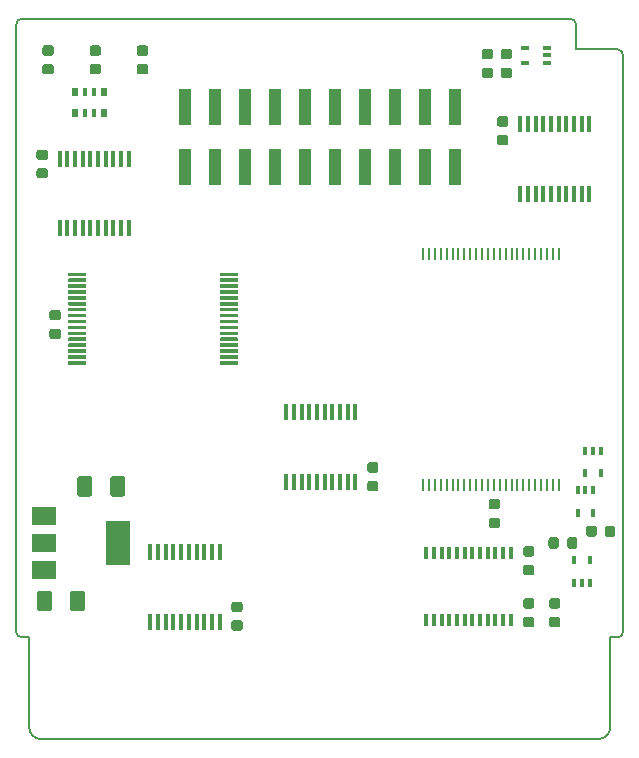
<source format=gbr>
G04 #@! TF.GenerationSoftware,KiCad,Pcbnew,5.1.5-52549c5~84~ubuntu19.10.1*
G04 #@! TF.CreationDate,2020-02-14T21:32:00+02:00*
G04 #@! TF.ProjectId,GB-MBCTEST,47422d4d-4243-4544-9553-542e6b696361,v1.1*
G04 #@! TF.SameCoordinates,Original*
G04 #@! TF.FileFunction,Paste,Top*
G04 #@! TF.FilePolarity,Positive*
%FSLAX46Y46*%
G04 Gerber Fmt 4.6, Leading zero omitted, Abs format (unit mm)*
G04 Created by KiCad (PCBNEW 5.1.5-52549c5~84~ubuntu19.10.1) date 2020-02-14 21:32:00*
%MOMM*%
%LPD*%
G04 APERTURE LIST*
%ADD10C,0.150000*%
%ADD11C,0.100000*%
%ADD12R,0.650000X0.400000*%
%ADD13R,0.450000X1.450000*%
%ADD14R,0.400000X0.650000*%
%ADD15R,0.400000X1.100000*%
%ADD16R,2.000000X1.500000*%
%ADD17R,2.000000X3.800000*%
%ADD18R,0.250000X1.100000*%
%ADD19R,0.500000X0.800000*%
%ADD20R,0.400000X0.800000*%
%ADD21R,1.000000X3.150000*%
G04 APERTURE END LIST*
D10*
X125700000Y-90900000D02*
G75*
G02X125200000Y-91400000I-500000J0D01*
G01*
X125200000Y-41600000D02*
G75*
G02X125700000Y-42100000I0J-500000D01*
G01*
X125200000Y-41600000D02*
X121700000Y-41600000D01*
X125700000Y-90900000D02*
X125700000Y-42100000D01*
X124600000Y-91400000D02*
X125200000Y-91400000D01*
X74800000Y-91400000D02*
G75*
G02X74300000Y-90900000I0J500000D01*
G01*
X74300000Y-39500000D02*
G75*
G02X74800000Y-39000000I500000J0D01*
G01*
X121200000Y-39000000D02*
G75*
G02X121700000Y-39500000I0J-500000D01*
G01*
X76400000Y-100000000D02*
G75*
G02X75400000Y-99000000I0J1000000D01*
G01*
X124600000Y-99000000D02*
G75*
G02X123600000Y-100000000I-1000000J0D01*
G01*
X121700000Y-39500000D02*
X121700000Y-41600000D01*
X74800000Y-39000000D02*
X121200000Y-39000000D01*
X74300000Y-90900000D02*
X74300000Y-39500000D01*
X75400000Y-91400000D02*
X74800000Y-91400000D01*
X75400000Y-99000000D02*
X75400000Y-91400000D01*
X124600000Y-99000000D02*
X124600000Y-91400000D01*
X76400000Y-100000000D02*
X123600000Y-100000000D01*
D11*
G36*
X116077691Y-41576053D02*
G01*
X116098926Y-41579203D01*
X116119750Y-41584419D01*
X116139962Y-41591651D01*
X116159368Y-41600830D01*
X116177781Y-41611866D01*
X116195024Y-41624654D01*
X116210930Y-41639070D01*
X116225346Y-41654976D01*
X116238134Y-41672219D01*
X116249170Y-41690632D01*
X116258349Y-41710038D01*
X116265581Y-41730250D01*
X116270797Y-41751074D01*
X116273947Y-41772309D01*
X116275000Y-41793750D01*
X116275000Y-42231250D01*
X116273947Y-42252691D01*
X116270797Y-42273926D01*
X116265581Y-42294750D01*
X116258349Y-42314962D01*
X116249170Y-42334368D01*
X116238134Y-42352781D01*
X116225346Y-42370024D01*
X116210930Y-42385930D01*
X116195024Y-42400346D01*
X116177781Y-42413134D01*
X116159368Y-42424170D01*
X116139962Y-42433349D01*
X116119750Y-42440581D01*
X116098926Y-42445797D01*
X116077691Y-42448947D01*
X116056250Y-42450000D01*
X115543750Y-42450000D01*
X115522309Y-42448947D01*
X115501074Y-42445797D01*
X115480250Y-42440581D01*
X115460038Y-42433349D01*
X115440632Y-42424170D01*
X115422219Y-42413134D01*
X115404976Y-42400346D01*
X115389070Y-42385930D01*
X115374654Y-42370024D01*
X115361866Y-42352781D01*
X115350830Y-42334368D01*
X115341651Y-42314962D01*
X115334419Y-42294750D01*
X115329203Y-42273926D01*
X115326053Y-42252691D01*
X115325000Y-42231250D01*
X115325000Y-41793750D01*
X115326053Y-41772309D01*
X115329203Y-41751074D01*
X115334419Y-41730250D01*
X115341651Y-41710038D01*
X115350830Y-41690632D01*
X115361866Y-41672219D01*
X115374654Y-41654976D01*
X115389070Y-41639070D01*
X115404976Y-41624654D01*
X115422219Y-41611866D01*
X115440632Y-41600830D01*
X115460038Y-41591651D01*
X115480250Y-41584419D01*
X115501074Y-41579203D01*
X115522309Y-41576053D01*
X115543750Y-41575000D01*
X116056250Y-41575000D01*
X116077691Y-41576053D01*
G37*
G36*
X116077691Y-43151053D02*
G01*
X116098926Y-43154203D01*
X116119750Y-43159419D01*
X116139962Y-43166651D01*
X116159368Y-43175830D01*
X116177781Y-43186866D01*
X116195024Y-43199654D01*
X116210930Y-43214070D01*
X116225346Y-43229976D01*
X116238134Y-43247219D01*
X116249170Y-43265632D01*
X116258349Y-43285038D01*
X116265581Y-43305250D01*
X116270797Y-43326074D01*
X116273947Y-43347309D01*
X116275000Y-43368750D01*
X116275000Y-43806250D01*
X116273947Y-43827691D01*
X116270797Y-43848926D01*
X116265581Y-43869750D01*
X116258349Y-43889962D01*
X116249170Y-43909368D01*
X116238134Y-43927781D01*
X116225346Y-43945024D01*
X116210930Y-43960930D01*
X116195024Y-43975346D01*
X116177781Y-43988134D01*
X116159368Y-43999170D01*
X116139962Y-44008349D01*
X116119750Y-44015581D01*
X116098926Y-44020797D01*
X116077691Y-44023947D01*
X116056250Y-44025000D01*
X115543750Y-44025000D01*
X115522309Y-44023947D01*
X115501074Y-44020797D01*
X115480250Y-44015581D01*
X115460038Y-44008349D01*
X115440632Y-43999170D01*
X115422219Y-43988134D01*
X115404976Y-43975346D01*
X115389070Y-43960930D01*
X115374654Y-43945024D01*
X115361866Y-43927781D01*
X115350830Y-43909368D01*
X115341651Y-43889962D01*
X115334419Y-43869750D01*
X115329203Y-43848926D01*
X115326053Y-43827691D01*
X115325000Y-43806250D01*
X115325000Y-43368750D01*
X115326053Y-43347309D01*
X115329203Y-43326074D01*
X115334419Y-43305250D01*
X115341651Y-43285038D01*
X115350830Y-43265632D01*
X115361866Y-43247219D01*
X115374654Y-43229976D01*
X115389070Y-43214070D01*
X115404976Y-43199654D01*
X115422219Y-43186866D01*
X115440632Y-43175830D01*
X115460038Y-43166651D01*
X115480250Y-43159419D01*
X115501074Y-43154203D01*
X115522309Y-43151053D01*
X115543750Y-43150000D01*
X116056250Y-43150000D01*
X116077691Y-43151053D01*
G37*
G36*
X114477691Y-41576053D02*
G01*
X114498926Y-41579203D01*
X114519750Y-41584419D01*
X114539962Y-41591651D01*
X114559368Y-41600830D01*
X114577781Y-41611866D01*
X114595024Y-41624654D01*
X114610930Y-41639070D01*
X114625346Y-41654976D01*
X114638134Y-41672219D01*
X114649170Y-41690632D01*
X114658349Y-41710038D01*
X114665581Y-41730250D01*
X114670797Y-41751074D01*
X114673947Y-41772309D01*
X114675000Y-41793750D01*
X114675000Y-42231250D01*
X114673947Y-42252691D01*
X114670797Y-42273926D01*
X114665581Y-42294750D01*
X114658349Y-42314962D01*
X114649170Y-42334368D01*
X114638134Y-42352781D01*
X114625346Y-42370024D01*
X114610930Y-42385930D01*
X114595024Y-42400346D01*
X114577781Y-42413134D01*
X114559368Y-42424170D01*
X114539962Y-42433349D01*
X114519750Y-42440581D01*
X114498926Y-42445797D01*
X114477691Y-42448947D01*
X114456250Y-42450000D01*
X113943750Y-42450000D01*
X113922309Y-42448947D01*
X113901074Y-42445797D01*
X113880250Y-42440581D01*
X113860038Y-42433349D01*
X113840632Y-42424170D01*
X113822219Y-42413134D01*
X113804976Y-42400346D01*
X113789070Y-42385930D01*
X113774654Y-42370024D01*
X113761866Y-42352781D01*
X113750830Y-42334368D01*
X113741651Y-42314962D01*
X113734419Y-42294750D01*
X113729203Y-42273926D01*
X113726053Y-42252691D01*
X113725000Y-42231250D01*
X113725000Y-41793750D01*
X113726053Y-41772309D01*
X113729203Y-41751074D01*
X113734419Y-41730250D01*
X113741651Y-41710038D01*
X113750830Y-41690632D01*
X113761866Y-41672219D01*
X113774654Y-41654976D01*
X113789070Y-41639070D01*
X113804976Y-41624654D01*
X113822219Y-41611866D01*
X113840632Y-41600830D01*
X113860038Y-41591651D01*
X113880250Y-41584419D01*
X113901074Y-41579203D01*
X113922309Y-41576053D01*
X113943750Y-41575000D01*
X114456250Y-41575000D01*
X114477691Y-41576053D01*
G37*
G36*
X114477691Y-43151053D02*
G01*
X114498926Y-43154203D01*
X114519750Y-43159419D01*
X114539962Y-43166651D01*
X114559368Y-43175830D01*
X114577781Y-43186866D01*
X114595024Y-43199654D01*
X114610930Y-43214070D01*
X114625346Y-43229976D01*
X114638134Y-43247219D01*
X114649170Y-43265632D01*
X114658349Y-43285038D01*
X114665581Y-43305250D01*
X114670797Y-43326074D01*
X114673947Y-43347309D01*
X114675000Y-43368750D01*
X114675000Y-43806250D01*
X114673947Y-43827691D01*
X114670797Y-43848926D01*
X114665581Y-43869750D01*
X114658349Y-43889962D01*
X114649170Y-43909368D01*
X114638134Y-43927781D01*
X114625346Y-43945024D01*
X114610930Y-43960930D01*
X114595024Y-43975346D01*
X114577781Y-43988134D01*
X114559368Y-43999170D01*
X114539962Y-44008349D01*
X114519750Y-44015581D01*
X114498926Y-44020797D01*
X114477691Y-44023947D01*
X114456250Y-44025000D01*
X113943750Y-44025000D01*
X113922309Y-44023947D01*
X113901074Y-44020797D01*
X113880250Y-44015581D01*
X113860038Y-44008349D01*
X113840632Y-43999170D01*
X113822219Y-43988134D01*
X113804976Y-43975346D01*
X113789070Y-43960930D01*
X113774654Y-43945024D01*
X113761866Y-43927781D01*
X113750830Y-43909368D01*
X113741651Y-43889962D01*
X113734419Y-43869750D01*
X113729203Y-43848926D01*
X113726053Y-43827691D01*
X113725000Y-43806250D01*
X113725000Y-43368750D01*
X113726053Y-43347309D01*
X113729203Y-43326074D01*
X113734419Y-43305250D01*
X113741651Y-43285038D01*
X113750830Y-43265632D01*
X113761866Y-43247219D01*
X113774654Y-43229976D01*
X113789070Y-43214070D01*
X113804976Y-43199654D01*
X113822219Y-43186866D01*
X113840632Y-43175830D01*
X113860038Y-43166651D01*
X113880250Y-43159419D01*
X113901074Y-43154203D01*
X113922309Y-43151053D01*
X113943750Y-43150000D01*
X114456250Y-43150000D01*
X114477691Y-43151053D01*
G37*
G36*
X79899504Y-87426204D02*
G01*
X79923773Y-87429804D01*
X79947571Y-87435765D01*
X79970671Y-87444030D01*
X79992849Y-87454520D01*
X80013893Y-87467133D01*
X80033598Y-87481747D01*
X80051777Y-87498223D01*
X80068253Y-87516402D01*
X80082867Y-87536107D01*
X80095480Y-87557151D01*
X80105970Y-87579329D01*
X80114235Y-87602429D01*
X80120196Y-87626227D01*
X80123796Y-87650496D01*
X80125000Y-87675000D01*
X80125000Y-88925000D01*
X80123796Y-88949504D01*
X80120196Y-88973773D01*
X80114235Y-88997571D01*
X80105970Y-89020671D01*
X80095480Y-89042849D01*
X80082867Y-89063893D01*
X80068253Y-89083598D01*
X80051777Y-89101777D01*
X80033598Y-89118253D01*
X80013893Y-89132867D01*
X79992849Y-89145480D01*
X79970671Y-89155970D01*
X79947571Y-89164235D01*
X79923773Y-89170196D01*
X79899504Y-89173796D01*
X79875000Y-89175000D01*
X79125000Y-89175000D01*
X79100496Y-89173796D01*
X79076227Y-89170196D01*
X79052429Y-89164235D01*
X79029329Y-89155970D01*
X79007151Y-89145480D01*
X78986107Y-89132867D01*
X78966402Y-89118253D01*
X78948223Y-89101777D01*
X78931747Y-89083598D01*
X78917133Y-89063893D01*
X78904520Y-89042849D01*
X78894030Y-89020671D01*
X78885765Y-88997571D01*
X78879804Y-88973773D01*
X78876204Y-88949504D01*
X78875000Y-88925000D01*
X78875000Y-87675000D01*
X78876204Y-87650496D01*
X78879804Y-87626227D01*
X78885765Y-87602429D01*
X78894030Y-87579329D01*
X78904520Y-87557151D01*
X78917133Y-87536107D01*
X78931747Y-87516402D01*
X78948223Y-87498223D01*
X78966402Y-87481747D01*
X78986107Y-87467133D01*
X79007151Y-87454520D01*
X79029329Y-87444030D01*
X79052429Y-87435765D01*
X79076227Y-87429804D01*
X79100496Y-87426204D01*
X79125000Y-87425000D01*
X79875000Y-87425000D01*
X79899504Y-87426204D01*
G37*
G36*
X77099504Y-87426204D02*
G01*
X77123773Y-87429804D01*
X77147571Y-87435765D01*
X77170671Y-87444030D01*
X77192849Y-87454520D01*
X77213893Y-87467133D01*
X77233598Y-87481747D01*
X77251777Y-87498223D01*
X77268253Y-87516402D01*
X77282867Y-87536107D01*
X77295480Y-87557151D01*
X77305970Y-87579329D01*
X77314235Y-87602429D01*
X77320196Y-87626227D01*
X77323796Y-87650496D01*
X77325000Y-87675000D01*
X77325000Y-88925000D01*
X77323796Y-88949504D01*
X77320196Y-88973773D01*
X77314235Y-88997571D01*
X77305970Y-89020671D01*
X77295480Y-89042849D01*
X77282867Y-89063893D01*
X77268253Y-89083598D01*
X77251777Y-89101777D01*
X77233598Y-89118253D01*
X77213893Y-89132867D01*
X77192849Y-89145480D01*
X77170671Y-89155970D01*
X77147571Y-89164235D01*
X77123773Y-89170196D01*
X77099504Y-89173796D01*
X77075000Y-89175000D01*
X76325000Y-89175000D01*
X76300496Y-89173796D01*
X76276227Y-89170196D01*
X76252429Y-89164235D01*
X76229329Y-89155970D01*
X76207151Y-89145480D01*
X76186107Y-89132867D01*
X76166402Y-89118253D01*
X76148223Y-89101777D01*
X76131747Y-89083598D01*
X76117133Y-89063893D01*
X76104520Y-89042849D01*
X76094030Y-89020671D01*
X76085765Y-88997571D01*
X76079804Y-88973773D01*
X76076204Y-88949504D01*
X76075000Y-88925000D01*
X76075000Y-87675000D01*
X76076204Y-87650496D01*
X76079804Y-87626227D01*
X76085765Y-87602429D01*
X76094030Y-87579329D01*
X76104520Y-87557151D01*
X76117133Y-87536107D01*
X76131747Y-87516402D01*
X76148223Y-87498223D01*
X76166402Y-87481747D01*
X76186107Y-87467133D01*
X76207151Y-87454520D01*
X76229329Y-87444030D01*
X76252429Y-87435765D01*
X76276227Y-87429804D01*
X76300496Y-87426204D01*
X76325000Y-87425000D01*
X77075000Y-87425000D01*
X77099504Y-87426204D01*
G37*
D12*
X117350000Y-42750000D03*
X117350000Y-41450000D03*
X119250000Y-42100000D03*
X119250000Y-41450000D03*
X119250000Y-42750000D03*
D13*
X77975000Y-50850000D03*
X78625000Y-50850000D03*
X79275000Y-50850000D03*
X79925000Y-50850000D03*
X80575000Y-50850000D03*
X81225000Y-50850000D03*
X81875000Y-50850000D03*
X82525000Y-50850000D03*
X83175000Y-50850000D03*
X83825000Y-50850000D03*
X83825000Y-56750000D03*
X83175000Y-56750000D03*
X82525000Y-56750000D03*
X81875000Y-56750000D03*
X81225000Y-56750000D03*
X80575000Y-56750000D03*
X79925000Y-56750000D03*
X79275000Y-56750000D03*
X78625000Y-56750000D03*
X77975000Y-56750000D03*
X116975000Y-47950000D03*
X117625000Y-47950000D03*
X118275000Y-47950000D03*
X118925000Y-47950000D03*
X119575000Y-47950000D03*
X120225000Y-47950000D03*
X120875000Y-47950000D03*
X121525000Y-47950000D03*
X122175000Y-47950000D03*
X122825000Y-47950000D03*
X122825000Y-53850000D03*
X122175000Y-53850000D03*
X121525000Y-53850000D03*
X120875000Y-53850000D03*
X120225000Y-53850000D03*
X119575000Y-53850000D03*
X118925000Y-53850000D03*
X118275000Y-53850000D03*
X117625000Y-53850000D03*
X116975000Y-53850000D03*
D14*
X121550000Y-84850000D03*
X122850000Y-84850000D03*
X122200000Y-86750000D03*
X122850000Y-86750000D03*
X121550000Y-86750000D03*
D15*
X116175000Y-89950000D03*
X115525000Y-89950000D03*
X114875000Y-89950000D03*
X114225000Y-89950000D03*
X113575000Y-89950000D03*
X112925000Y-89950000D03*
X112275000Y-89950000D03*
X111625000Y-89950000D03*
X110975000Y-89950000D03*
X110325000Y-89950000D03*
X109675000Y-89950000D03*
X109025000Y-89950000D03*
X109025000Y-84250000D03*
X109675000Y-84250000D03*
X110325000Y-84250000D03*
X110975000Y-84250000D03*
X111625000Y-84250000D03*
X112275000Y-84250000D03*
X112925000Y-84250000D03*
X113575000Y-84250000D03*
X114225000Y-84250000D03*
X114875000Y-84250000D03*
X115525000Y-84250000D03*
X116175000Y-84250000D03*
D13*
X103025000Y-78250000D03*
X102375000Y-78250000D03*
X101725000Y-78250000D03*
X101075000Y-78250000D03*
X100425000Y-78250000D03*
X99775000Y-78250000D03*
X99125000Y-78250000D03*
X98475000Y-78250000D03*
X97825000Y-78250000D03*
X97175000Y-78250000D03*
X97175000Y-72350000D03*
X97825000Y-72350000D03*
X98475000Y-72350000D03*
X99125000Y-72350000D03*
X99775000Y-72350000D03*
X100425000Y-72350000D03*
X101075000Y-72350000D03*
X101725000Y-72350000D03*
X102375000Y-72350000D03*
X103025000Y-72350000D03*
X91525000Y-90050000D03*
X90875000Y-90050000D03*
X90225000Y-90050000D03*
X89575000Y-90050000D03*
X88925000Y-90050000D03*
X88275000Y-90050000D03*
X87625000Y-90050000D03*
X86975000Y-90050000D03*
X86325000Y-90050000D03*
X85675000Y-90050000D03*
X85675000Y-84150000D03*
X86325000Y-84150000D03*
X86975000Y-84150000D03*
X87625000Y-84150000D03*
X88275000Y-84150000D03*
X88925000Y-84150000D03*
X89575000Y-84150000D03*
X90225000Y-84150000D03*
X90875000Y-84150000D03*
X91525000Y-84150000D03*
D16*
X76650000Y-81100000D03*
X76650000Y-85700000D03*
X76650000Y-83400000D03*
D17*
X82950000Y-83400000D03*
D14*
X123150000Y-80850000D03*
X121850000Y-80850000D03*
X122500000Y-78950000D03*
X121850000Y-78950000D03*
X123150000Y-78950000D03*
D18*
X120250000Y-78450000D03*
X119750000Y-78450000D03*
X119250000Y-78450000D03*
X118750000Y-78450000D03*
X118250000Y-78450000D03*
X117750000Y-78450000D03*
X117250000Y-78450000D03*
X116750000Y-78450000D03*
X116250000Y-78450000D03*
X115750000Y-78450000D03*
X115250000Y-78450000D03*
X114750000Y-78450000D03*
X114250000Y-78450000D03*
X113750000Y-78450000D03*
X113250000Y-78450000D03*
X112750000Y-78450000D03*
X112250000Y-78450000D03*
X111750000Y-78450000D03*
X111250000Y-78450000D03*
X110750000Y-78450000D03*
X110250000Y-78450000D03*
X109750000Y-78450000D03*
X109250000Y-78450000D03*
X108750000Y-58950000D03*
X109250000Y-58950000D03*
X109750000Y-58950000D03*
X110250000Y-58950000D03*
X110750000Y-58950000D03*
X111250000Y-58950000D03*
X111750000Y-58950000D03*
X112250000Y-58950000D03*
X112750000Y-58950000D03*
X113250000Y-58950000D03*
X113750000Y-58950000D03*
X114250000Y-58950000D03*
X114750000Y-58950000D03*
X115250000Y-58950000D03*
X115750000Y-58950000D03*
X116250000Y-58950000D03*
X116750000Y-58950000D03*
X117250000Y-58950000D03*
X117750000Y-58950000D03*
X118250000Y-58950000D03*
X118750000Y-58950000D03*
X119250000Y-58950000D03*
X119750000Y-58950000D03*
X108750000Y-78450000D03*
X120250000Y-58950000D03*
D14*
X123800000Y-77500000D03*
X122500000Y-77500000D03*
X123150000Y-75600000D03*
X122500000Y-75600000D03*
X123800000Y-75600000D03*
D11*
G36*
X93032351Y-60500361D02*
G01*
X93039632Y-60501441D01*
X93046771Y-60503229D01*
X93053701Y-60505709D01*
X93060355Y-60508856D01*
X93066668Y-60512640D01*
X93072579Y-60517024D01*
X93078033Y-60521967D01*
X93082976Y-60527421D01*
X93087360Y-60533332D01*
X93091144Y-60539645D01*
X93094291Y-60546299D01*
X93096771Y-60553229D01*
X93098559Y-60560368D01*
X93099639Y-60567649D01*
X93100000Y-60575000D01*
X93100000Y-60725000D01*
X93099639Y-60732351D01*
X93098559Y-60739632D01*
X93096771Y-60746771D01*
X93094291Y-60753701D01*
X93091144Y-60760355D01*
X93087360Y-60766668D01*
X93082976Y-60772579D01*
X93078033Y-60778033D01*
X93072579Y-60782976D01*
X93066668Y-60787360D01*
X93060355Y-60791144D01*
X93053701Y-60794291D01*
X93046771Y-60796771D01*
X93039632Y-60798559D01*
X93032351Y-60799639D01*
X93025000Y-60800000D01*
X91625000Y-60800000D01*
X91617649Y-60799639D01*
X91610368Y-60798559D01*
X91603229Y-60796771D01*
X91596299Y-60794291D01*
X91589645Y-60791144D01*
X91583332Y-60787360D01*
X91577421Y-60782976D01*
X91571967Y-60778033D01*
X91567024Y-60772579D01*
X91562640Y-60766668D01*
X91558856Y-60760355D01*
X91555709Y-60753701D01*
X91553229Y-60746771D01*
X91551441Y-60739632D01*
X91550361Y-60732351D01*
X91550000Y-60725000D01*
X91550000Y-60575000D01*
X91550361Y-60567649D01*
X91551441Y-60560368D01*
X91553229Y-60553229D01*
X91555709Y-60546299D01*
X91558856Y-60539645D01*
X91562640Y-60533332D01*
X91567024Y-60527421D01*
X91571967Y-60521967D01*
X91577421Y-60517024D01*
X91583332Y-60512640D01*
X91589645Y-60508856D01*
X91596299Y-60505709D01*
X91603229Y-60503229D01*
X91610368Y-60501441D01*
X91617649Y-60500361D01*
X91625000Y-60500000D01*
X93025000Y-60500000D01*
X93032351Y-60500361D01*
G37*
G36*
X93032351Y-61000361D02*
G01*
X93039632Y-61001441D01*
X93046771Y-61003229D01*
X93053701Y-61005709D01*
X93060355Y-61008856D01*
X93066668Y-61012640D01*
X93072579Y-61017024D01*
X93078033Y-61021967D01*
X93082976Y-61027421D01*
X93087360Y-61033332D01*
X93091144Y-61039645D01*
X93094291Y-61046299D01*
X93096771Y-61053229D01*
X93098559Y-61060368D01*
X93099639Y-61067649D01*
X93100000Y-61075000D01*
X93100000Y-61225000D01*
X93099639Y-61232351D01*
X93098559Y-61239632D01*
X93096771Y-61246771D01*
X93094291Y-61253701D01*
X93091144Y-61260355D01*
X93087360Y-61266668D01*
X93082976Y-61272579D01*
X93078033Y-61278033D01*
X93072579Y-61282976D01*
X93066668Y-61287360D01*
X93060355Y-61291144D01*
X93053701Y-61294291D01*
X93046771Y-61296771D01*
X93039632Y-61298559D01*
X93032351Y-61299639D01*
X93025000Y-61300000D01*
X91625000Y-61300000D01*
X91617649Y-61299639D01*
X91610368Y-61298559D01*
X91603229Y-61296771D01*
X91596299Y-61294291D01*
X91589645Y-61291144D01*
X91583332Y-61287360D01*
X91577421Y-61282976D01*
X91571967Y-61278033D01*
X91567024Y-61272579D01*
X91562640Y-61266668D01*
X91558856Y-61260355D01*
X91555709Y-61253701D01*
X91553229Y-61246771D01*
X91551441Y-61239632D01*
X91550361Y-61232351D01*
X91550000Y-61225000D01*
X91550000Y-61075000D01*
X91550361Y-61067649D01*
X91551441Y-61060368D01*
X91553229Y-61053229D01*
X91555709Y-61046299D01*
X91558856Y-61039645D01*
X91562640Y-61033332D01*
X91567024Y-61027421D01*
X91571967Y-61021967D01*
X91577421Y-61017024D01*
X91583332Y-61012640D01*
X91589645Y-61008856D01*
X91596299Y-61005709D01*
X91603229Y-61003229D01*
X91610368Y-61001441D01*
X91617649Y-61000361D01*
X91625000Y-61000000D01*
X93025000Y-61000000D01*
X93032351Y-61000361D01*
G37*
G36*
X93032351Y-61500361D02*
G01*
X93039632Y-61501441D01*
X93046771Y-61503229D01*
X93053701Y-61505709D01*
X93060355Y-61508856D01*
X93066668Y-61512640D01*
X93072579Y-61517024D01*
X93078033Y-61521967D01*
X93082976Y-61527421D01*
X93087360Y-61533332D01*
X93091144Y-61539645D01*
X93094291Y-61546299D01*
X93096771Y-61553229D01*
X93098559Y-61560368D01*
X93099639Y-61567649D01*
X93100000Y-61575000D01*
X93100000Y-61725000D01*
X93099639Y-61732351D01*
X93098559Y-61739632D01*
X93096771Y-61746771D01*
X93094291Y-61753701D01*
X93091144Y-61760355D01*
X93087360Y-61766668D01*
X93082976Y-61772579D01*
X93078033Y-61778033D01*
X93072579Y-61782976D01*
X93066668Y-61787360D01*
X93060355Y-61791144D01*
X93053701Y-61794291D01*
X93046771Y-61796771D01*
X93039632Y-61798559D01*
X93032351Y-61799639D01*
X93025000Y-61800000D01*
X91625000Y-61800000D01*
X91617649Y-61799639D01*
X91610368Y-61798559D01*
X91603229Y-61796771D01*
X91596299Y-61794291D01*
X91589645Y-61791144D01*
X91583332Y-61787360D01*
X91577421Y-61782976D01*
X91571967Y-61778033D01*
X91567024Y-61772579D01*
X91562640Y-61766668D01*
X91558856Y-61760355D01*
X91555709Y-61753701D01*
X91553229Y-61746771D01*
X91551441Y-61739632D01*
X91550361Y-61732351D01*
X91550000Y-61725000D01*
X91550000Y-61575000D01*
X91550361Y-61567649D01*
X91551441Y-61560368D01*
X91553229Y-61553229D01*
X91555709Y-61546299D01*
X91558856Y-61539645D01*
X91562640Y-61533332D01*
X91567024Y-61527421D01*
X91571967Y-61521967D01*
X91577421Y-61517024D01*
X91583332Y-61512640D01*
X91589645Y-61508856D01*
X91596299Y-61505709D01*
X91603229Y-61503229D01*
X91610368Y-61501441D01*
X91617649Y-61500361D01*
X91625000Y-61500000D01*
X93025000Y-61500000D01*
X93032351Y-61500361D01*
G37*
G36*
X93032351Y-62000361D02*
G01*
X93039632Y-62001441D01*
X93046771Y-62003229D01*
X93053701Y-62005709D01*
X93060355Y-62008856D01*
X93066668Y-62012640D01*
X93072579Y-62017024D01*
X93078033Y-62021967D01*
X93082976Y-62027421D01*
X93087360Y-62033332D01*
X93091144Y-62039645D01*
X93094291Y-62046299D01*
X93096771Y-62053229D01*
X93098559Y-62060368D01*
X93099639Y-62067649D01*
X93100000Y-62075000D01*
X93100000Y-62225000D01*
X93099639Y-62232351D01*
X93098559Y-62239632D01*
X93096771Y-62246771D01*
X93094291Y-62253701D01*
X93091144Y-62260355D01*
X93087360Y-62266668D01*
X93082976Y-62272579D01*
X93078033Y-62278033D01*
X93072579Y-62282976D01*
X93066668Y-62287360D01*
X93060355Y-62291144D01*
X93053701Y-62294291D01*
X93046771Y-62296771D01*
X93039632Y-62298559D01*
X93032351Y-62299639D01*
X93025000Y-62300000D01*
X91625000Y-62300000D01*
X91617649Y-62299639D01*
X91610368Y-62298559D01*
X91603229Y-62296771D01*
X91596299Y-62294291D01*
X91589645Y-62291144D01*
X91583332Y-62287360D01*
X91577421Y-62282976D01*
X91571967Y-62278033D01*
X91567024Y-62272579D01*
X91562640Y-62266668D01*
X91558856Y-62260355D01*
X91555709Y-62253701D01*
X91553229Y-62246771D01*
X91551441Y-62239632D01*
X91550361Y-62232351D01*
X91550000Y-62225000D01*
X91550000Y-62075000D01*
X91550361Y-62067649D01*
X91551441Y-62060368D01*
X91553229Y-62053229D01*
X91555709Y-62046299D01*
X91558856Y-62039645D01*
X91562640Y-62033332D01*
X91567024Y-62027421D01*
X91571967Y-62021967D01*
X91577421Y-62017024D01*
X91583332Y-62012640D01*
X91589645Y-62008856D01*
X91596299Y-62005709D01*
X91603229Y-62003229D01*
X91610368Y-62001441D01*
X91617649Y-62000361D01*
X91625000Y-62000000D01*
X93025000Y-62000000D01*
X93032351Y-62000361D01*
G37*
G36*
X93032351Y-62500361D02*
G01*
X93039632Y-62501441D01*
X93046771Y-62503229D01*
X93053701Y-62505709D01*
X93060355Y-62508856D01*
X93066668Y-62512640D01*
X93072579Y-62517024D01*
X93078033Y-62521967D01*
X93082976Y-62527421D01*
X93087360Y-62533332D01*
X93091144Y-62539645D01*
X93094291Y-62546299D01*
X93096771Y-62553229D01*
X93098559Y-62560368D01*
X93099639Y-62567649D01*
X93100000Y-62575000D01*
X93100000Y-62725000D01*
X93099639Y-62732351D01*
X93098559Y-62739632D01*
X93096771Y-62746771D01*
X93094291Y-62753701D01*
X93091144Y-62760355D01*
X93087360Y-62766668D01*
X93082976Y-62772579D01*
X93078033Y-62778033D01*
X93072579Y-62782976D01*
X93066668Y-62787360D01*
X93060355Y-62791144D01*
X93053701Y-62794291D01*
X93046771Y-62796771D01*
X93039632Y-62798559D01*
X93032351Y-62799639D01*
X93025000Y-62800000D01*
X91625000Y-62800000D01*
X91617649Y-62799639D01*
X91610368Y-62798559D01*
X91603229Y-62796771D01*
X91596299Y-62794291D01*
X91589645Y-62791144D01*
X91583332Y-62787360D01*
X91577421Y-62782976D01*
X91571967Y-62778033D01*
X91567024Y-62772579D01*
X91562640Y-62766668D01*
X91558856Y-62760355D01*
X91555709Y-62753701D01*
X91553229Y-62746771D01*
X91551441Y-62739632D01*
X91550361Y-62732351D01*
X91550000Y-62725000D01*
X91550000Y-62575000D01*
X91550361Y-62567649D01*
X91551441Y-62560368D01*
X91553229Y-62553229D01*
X91555709Y-62546299D01*
X91558856Y-62539645D01*
X91562640Y-62533332D01*
X91567024Y-62527421D01*
X91571967Y-62521967D01*
X91577421Y-62517024D01*
X91583332Y-62512640D01*
X91589645Y-62508856D01*
X91596299Y-62505709D01*
X91603229Y-62503229D01*
X91610368Y-62501441D01*
X91617649Y-62500361D01*
X91625000Y-62500000D01*
X93025000Y-62500000D01*
X93032351Y-62500361D01*
G37*
G36*
X93032351Y-63000361D02*
G01*
X93039632Y-63001441D01*
X93046771Y-63003229D01*
X93053701Y-63005709D01*
X93060355Y-63008856D01*
X93066668Y-63012640D01*
X93072579Y-63017024D01*
X93078033Y-63021967D01*
X93082976Y-63027421D01*
X93087360Y-63033332D01*
X93091144Y-63039645D01*
X93094291Y-63046299D01*
X93096771Y-63053229D01*
X93098559Y-63060368D01*
X93099639Y-63067649D01*
X93100000Y-63075000D01*
X93100000Y-63225000D01*
X93099639Y-63232351D01*
X93098559Y-63239632D01*
X93096771Y-63246771D01*
X93094291Y-63253701D01*
X93091144Y-63260355D01*
X93087360Y-63266668D01*
X93082976Y-63272579D01*
X93078033Y-63278033D01*
X93072579Y-63282976D01*
X93066668Y-63287360D01*
X93060355Y-63291144D01*
X93053701Y-63294291D01*
X93046771Y-63296771D01*
X93039632Y-63298559D01*
X93032351Y-63299639D01*
X93025000Y-63300000D01*
X91625000Y-63300000D01*
X91617649Y-63299639D01*
X91610368Y-63298559D01*
X91603229Y-63296771D01*
X91596299Y-63294291D01*
X91589645Y-63291144D01*
X91583332Y-63287360D01*
X91577421Y-63282976D01*
X91571967Y-63278033D01*
X91567024Y-63272579D01*
X91562640Y-63266668D01*
X91558856Y-63260355D01*
X91555709Y-63253701D01*
X91553229Y-63246771D01*
X91551441Y-63239632D01*
X91550361Y-63232351D01*
X91550000Y-63225000D01*
X91550000Y-63075000D01*
X91550361Y-63067649D01*
X91551441Y-63060368D01*
X91553229Y-63053229D01*
X91555709Y-63046299D01*
X91558856Y-63039645D01*
X91562640Y-63033332D01*
X91567024Y-63027421D01*
X91571967Y-63021967D01*
X91577421Y-63017024D01*
X91583332Y-63012640D01*
X91589645Y-63008856D01*
X91596299Y-63005709D01*
X91603229Y-63003229D01*
X91610368Y-63001441D01*
X91617649Y-63000361D01*
X91625000Y-63000000D01*
X93025000Y-63000000D01*
X93032351Y-63000361D01*
G37*
G36*
X93032351Y-63500361D02*
G01*
X93039632Y-63501441D01*
X93046771Y-63503229D01*
X93053701Y-63505709D01*
X93060355Y-63508856D01*
X93066668Y-63512640D01*
X93072579Y-63517024D01*
X93078033Y-63521967D01*
X93082976Y-63527421D01*
X93087360Y-63533332D01*
X93091144Y-63539645D01*
X93094291Y-63546299D01*
X93096771Y-63553229D01*
X93098559Y-63560368D01*
X93099639Y-63567649D01*
X93100000Y-63575000D01*
X93100000Y-63725000D01*
X93099639Y-63732351D01*
X93098559Y-63739632D01*
X93096771Y-63746771D01*
X93094291Y-63753701D01*
X93091144Y-63760355D01*
X93087360Y-63766668D01*
X93082976Y-63772579D01*
X93078033Y-63778033D01*
X93072579Y-63782976D01*
X93066668Y-63787360D01*
X93060355Y-63791144D01*
X93053701Y-63794291D01*
X93046771Y-63796771D01*
X93039632Y-63798559D01*
X93032351Y-63799639D01*
X93025000Y-63800000D01*
X91625000Y-63800000D01*
X91617649Y-63799639D01*
X91610368Y-63798559D01*
X91603229Y-63796771D01*
X91596299Y-63794291D01*
X91589645Y-63791144D01*
X91583332Y-63787360D01*
X91577421Y-63782976D01*
X91571967Y-63778033D01*
X91567024Y-63772579D01*
X91562640Y-63766668D01*
X91558856Y-63760355D01*
X91555709Y-63753701D01*
X91553229Y-63746771D01*
X91551441Y-63739632D01*
X91550361Y-63732351D01*
X91550000Y-63725000D01*
X91550000Y-63575000D01*
X91550361Y-63567649D01*
X91551441Y-63560368D01*
X91553229Y-63553229D01*
X91555709Y-63546299D01*
X91558856Y-63539645D01*
X91562640Y-63533332D01*
X91567024Y-63527421D01*
X91571967Y-63521967D01*
X91577421Y-63517024D01*
X91583332Y-63512640D01*
X91589645Y-63508856D01*
X91596299Y-63505709D01*
X91603229Y-63503229D01*
X91610368Y-63501441D01*
X91617649Y-63500361D01*
X91625000Y-63500000D01*
X93025000Y-63500000D01*
X93032351Y-63500361D01*
G37*
G36*
X93032351Y-64000361D02*
G01*
X93039632Y-64001441D01*
X93046771Y-64003229D01*
X93053701Y-64005709D01*
X93060355Y-64008856D01*
X93066668Y-64012640D01*
X93072579Y-64017024D01*
X93078033Y-64021967D01*
X93082976Y-64027421D01*
X93087360Y-64033332D01*
X93091144Y-64039645D01*
X93094291Y-64046299D01*
X93096771Y-64053229D01*
X93098559Y-64060368D01*
X93099639Y-64067649D01*
X93100000Y-64075000D01*
X93100000Y-64225000D01*
X93099639Y-64232351D01*
X93098559Y-64239632D01*
X93096771Y-64246771D01*
X93094291Y-64253701D01*
X93091144Y-64260355D01*
X93087360Y-64266668D01*
X93082976Y-64272579D01*
X93078033Y-64278033D01*
X93072579Y-64282976D01*
X93066668Y-64287360D01*
X93060355Y-64291144D01*
X93053701Y-64294291D01*
X93046771Y-64296771D01*
X93039632Y-64298559D01*
X93032351Y-64299639D01*
X93025000Y-64300000D01*
X91625000Y-64300000D01*
X91617649Y-64299639D01*
X91610368Y-64298559D01*
X91603229Y-64296771D01*
X91596299Y-64294291D01*
X91589645Y-64291144D01*
X91583332Y-64287360D01*
X91577421Y-64282976D01*
X91571967Y-64278033D01*
X91567024Y-64272579D01*
X91562640Y-64266668D01*
X91558856Y-64260355D01*
X91555709Y-64253701D01*
X91553229Y-64246771D01*
X91551441Y-64239632D01*
X91550361Y-64232351D01*
X91550000Y-64225000D01*
X91550000Y-64075000D01*
X91550361Y-64067649D01*
X91551441Y-64060368D01*
X91553229Y-64053229D01*
X91555709Y-64046299D01*
X91558856Y-64039645D01*
X91562640Y-64033332D01*
X91567024Y-64027421D01*
X91571967Y-64021967D01*
X91577421Y-64017024D01*
X91583332Y-64012640D01*
X91589645Y-64008856D01*
X91596299Y-64005709D01*
X91603229Y-64003229D01*
X91610368Y-64001441D01*
X91617649Y-64000361D01*
X91625000Y-64000000D01*
X93025000Y-64000000D01*
X93032351Y-64000361D01*
G37*
G36*
X93032351Y-64500361D02*
G01*
X93039632Y-64501441D01*
X93046771Y-64503229D01*
X93053701Y-64505709D01*
X93060355Y-64508856D01*
X93066668Y-64512640D01*
X93072579Y-64517024D01*
X93078033Y-64521967D01*
X93082976Y-64527421D01*
X93087360Y-64533332D01*
X93091144Y-64539645D01*
X93094291Y-64546299D01*
X93096771Y-64553229D01*
X93098559Y-64560368D01*
X93099639Y-64567649D01*
X93100000Y-64575000D01*
X93100000Y-64725000D01*
X93099639Y-64732351D01*
X93098559Y-64739632D01*
X93096771Y-64746771D01*
X93094291Y-64753701D01*
X93091144Y-64760355D01*
X93087360Y-64766668D01*
X93082976Y-64772579D01*
X93078033Y-64778033D01*
X93072579Y-64782976D01*
X93066668Y-64787360D01*
X93060355Y-64791144D01*
X93053701Y-64794291D01*
X93046771Y-64796771D01*
X93039632Y-64798559D01*
X93032351Y-64799639D01*
X93025000Y-64800000D01*
X91625000Y-64800000D01*
X91617649Y-64799639D01*
X91610368Y-64798559D01*
X91603229Y-64796771D01*
X91596299Y-64794291D01*
X91589645Y-64791144D01*
X91583332Y-64787360D01*
X91577421Y-64782976D01*
X91571967Y-64778033D01*
X91567024Y-64772579D01*
X91562640Y-64766668D01*
X91558856Y-64760355D01*
X91555709Y-64753701D01*
X91553229Y-64746771D01*
X91551441Y-64739632D01*
X91550361Y-64732351D01*
X91550000Y-64725000D01*
X91550000Y-64575000D01*
X91550361Y-64567649D01*
X91551441Y-64560368D01*
X91553229Y-64553229D01*
X91555709Y-64546299D01*
X91558856Y-64539645D01*
X91562640Y-64533332D01*
X91567024Y-64527421D01*
X91571967Y-64521967D01*
X91577421Y-64517024D01*
X91583332Y-64512640D01*
X91589645Y-64508856D01*
X91596299Y-64505709D01*
X91603229Y-64503229D01*
X91610368Y-64501441D01*
X91617649Y-64500361D01*
X91625000Y-64500000D01*
X93025000Y-64500000D01*
X93032351Y-64500361D01*
G37*
G36*
X93032351Y-65000361D02*
G01*
X93039632Y-65001441D01*
X93046771Y-65003229D01*
X93053701Y-65005709D01*
X93060355Y-65008856D01*
X93066668Y-65012640D01*
X93072579Y-65017024D01*
X93078033Y-65021967D01*
X93082976Y-65027421D01*
X93087360Y-65033332D01*
X93091144Y-65039645D01*
X93094291Y-65046299D01*
X93096771Y-65053229D01*
X93098559Y-65060368D01*
X93099639Y-65067649D01*
X93100000Y-65075000D01*
X93100000Y-65225000D01*
X93099639Y-65232351D01*
X93098559Y-65239632D01*
X93096771Y-65246771D01*
X93094291Y-65253701D01*
X93091144Y-65260355D01*
X93087360Y-65266668D01*
X93082976Y-65272579D01*
X93078033Y-65278033D01*
X93072579Y-65282976D01*
X93066668Y-65287360D01*
X93060355Y-65291144D01*
X93053701Y-65294291D01*
X93046771Y-65296771D01*
X93039632Y-65298559D01*
X93032351Y-65299639D01*
X93025000Y-65300000D01*
X91625000Y-65300000D01*
X91617649Y-65299639D01*
X91610368Y-65298559D01*
X91603229Y-65296771D01*
X91596299Y-65294291D01*
X91589645Y-65291144D01*
X91583332Y-65287360D01*
X91577421Y-65282976D01*
X91571967Y-65278033D01*
X91567024Y-65272579D01*
X91562640Y-65266668D01*
X91558856Y-65260355D01*
X91555709Y-65253701D01*
X91553229Y-65246771D01*
X91551441Y-65239632D01*
X91550361Y-65232351D01*
X91550000Y-65225000D01*
X91550000Y-65075000D01*
X91550361Y-65067649D01*
X91551441Y-65060368D01*
X91553229Y-65053229D01*
X91555709Y-65046299D01*
X91558856Y-65039645D01*
X91562640Y-65033332D01*
X91567024Y-65027421D01*
X91571967Y-65021967D01*
X91577421Y-65017024D01*
X91583332Y-65012640D01*
X91589645Y-65008856D01*
X91596299Y-65005709D01*
X91603229Y-65003229D01*
X91610368Y-65001441D01*
X91617649Y-65000361D01*
X91625000Y-65000000D01*
X93025000Y-65000000D01*
X93032351Y-65000361D01*
G37*
G36*
X93032351Y-65500361D02*
G01*
X93039632Y-65501441D01*
X93046771Y-65503229D01*
X93053701Y-65505709D01*
X93060355Y-65508856D01*
X93066668Y-65512640D01*
X93072579Y-65517024D01*
X93078033Y-65521967D01*
X93082976Y-65527421D01*
X93087360Y-65533332D01*
X93091144Y-65539645D01*
X93094291Y-65546299D01*
X93096771Y-65553229D01*
X93098559Y-65560368D01*
X93099639Y-65567649D01*
X93100000Y-65575000D01*
X93100000Y-65725000D01*
X93099639Y-65732351D01*
X93098559Y-65739632D01*
X93096771Y-65746771D01*
X93094291Y-65753701D01*
X93091144Y-65760355D01*
X93087360Y-65766668D01*
X93082976Y-65772579D01*
X93078033Y-65778033D01*
X93072579Y-65782976D01*
X93066668Y-65787360D01*
X93060355Y-65791144D01*
X93053701Y-65794291D01*
X93046771Y-65796771D01*
X93039632Y-65798559D01*
X93032351Y-65799639D01*
X93025000Y-65800000D01*
X91625000Y-65800000D01*
X91617649Y-65799639D01*
X91610368Y-65798559D01*
X91603229Y-65796771D01*
X91596299Y-65794291D01*
X91589645Y-65791144D01*
X91583332Y-65787360D01*
X91577421Y-65782976D01*
X91571967Y-65778033D01*
X91567024Y-65772579D01*
X91562640Y-65766668D01*
X91558856Y-65760355D01*
X91555709Y-65753701D01*
X91553229Y-65746771D01*
X91551441Y-65739632D01*
X91550361Y-65732351D01*
X91550000Y-65725000D01*
X91550000Y-65575000D01*
X91550361Y-65567649D01*
X91551441Y-65560368D01*
X91553229Y-65553229D01*
X91555709Y-65546299D01*
X91558856Y-65539645D01*
X91562640Y-65533332D01*
X91567024Y-65527421D01*
X91571967Y-65521967D01*
X91577421Y-65517024D01*
X91583332Y-65512640D01*
X91589645Y-65508856D01*
X91596299Y-65505709D01*
X91603229Y-65503229D01*
X91610368Y-65501441D01*
X91617649Y-65500361D01*
X91625000Y-65500000D01*
X93025000Y-65500000D01*
X93032351Y-65500361D01*
G37*
G36*
X93032351Y-66000361D02*
G01*
X93039632Y-66001441D01*
X93046771Y-66003229D01*
X93053701Y-66005709D01*
X93060355Y-66008856D01*
X93066668Y-66012640D01*
X93072579Y-66017024D01*
X93078033Y-66021967D01*
X93082976Y-66027421D01*
X93087360Y-66033332D01*
X93091144Y-66039645D01*
X93094291Y-66046299D01*
X93096771Y-66053229D01*
X93098559Y-66060368D01*
X93099639Y-66067649D01*
X93100000Y-66075000D01*
X93100000Y-66225000D01*
X93099639Y-66232351D01*
X93098559Y-66239632D01*
X93096771Y-66246771D01*
X93094291Y-66253701D01*
X93091144Y-66260355D01*
X93087360Y-66266668D01*
X93082976Y-66272579D01*
X93078033Y-66278033D01*
X93072579Y-66282976D01*
X93066668Y-66287360D01*
X93060355Y-66291144D01*
X93053701Y-66294291D01*
X93046771Y-66296771D01*
X93039632Y-66298559D01*
X93032351Y-66299639D01*
X93025000Y-66300000D01*
X91625000Y-66300000D01*
X91617649Y-66299639D01*
X91610368Y-66298559D01*
X91603229Y-66296771D01*
X91596299Y-66294291D01*
X91589645Y-66291144D01*
X91583332Y-66287360D01*
X91577421Y-66282976D01*
X91571967Y-66278033D01*
X91567024Y-66272579D01*
X91562640Y-66266668D01*
X91558856Y-66260355D01*
X91555709Y-66253701D01*
X91553229Y-66246771D01*
X91551441Y-66239632D01*
X91550361Y-66232351D01*
X91550000Y-66225000D01*
X91550000Y-66075000D01*
X91550361Y-66067649D01*
X91551441Y-66060368D01*
X91553229Y-66053229D01*
X91555709Y-66046299D01*
X91558856Y-66039645D01*
X91562640Y-66033332D01*
X91567024Y-66027421D01*
X91571967Y-66021967D01*
X91577421Y-66017024D01*
X91583332Y-66012640D01*
X91589645Y-66008856D01*
X91596299Y-66005709D01*
X91603229Y-66003229D01*
X91610368Y-66001441D01*
X91617649Y-66000361D01*
X91625000Y-66000000D01*
X93025000Y-66000000D01*
X93032351Y-66000361D01*
G37*
G36*
X93032351Y-66500361D02*
G01*
X93039632Y-66501441D01*
X93046771Y-66503229D01*
X93053701Y-66505709D01*
X93060355Y-66508856D01*
X93066668Y-66512640D01*
X93072579Y-66517024D01*
X93078033Y-66521967D01*
X93082976Y-66527421D01*
X93087360Y-66533332D01*
X93091144Y-66539645D01*
X93094291Y-66546299D01*
X93096771Y-66553229D01*
X93098559Y-66560368D01*
X93099639Y-66567649D01*
X93100000Y-66575000D01*
X93100000Y-66725000D01*
X93099639Y-66732351D01*
X93098559Y-66739632D01*
X93096771Y-66746771D01*
X93094291Y-66753701D01*
X93091144Y-66760355D01*
X93087360Y-66766668D01*
X93082976Y-66772579D01*
X93078033Y-66778033D01*
X93072579Y-66782976D01*
X93066668Y-66787360D01*
X93060355Y-66791144D01*
X93053701Y-66794291D01*
X93046771Y-66796771D01*
X93039632Y-66798559D01*
X93032351Y-66799639D01*
X93025000Y-66800000D01*
X91625000Y-66800000D01*
X91617649Y-66799639D01*
X91610368Y-66798559D01*
X91603229Y-66796771D01*
X91596299Y-66794291D01*
X91589645Y-66791144D01*
X91583332Y-66787360D01*
X91577421Y-66782976D01*
X91571967Y-66778033D01*
X91567024Y-66772579D01*
X91562640Y-66766668D01*
X91558856Y-66760355D01*
X91555709Y-66753701D01*
X91553229Y-66746771D01*
X91551441Y-66739632D01*
X91550361Y-66732351D01*
X91550000Y-66725000D01*
X91550000Y-66575000D01*
X91550361Y-66567649D01*
X91551441Y-66560368D01*
X91553229Y-66553229D01*
X91555709Y-66546299D01*
X91558856Y-66539645D01*
X91562640Y-66533332D01*
X91567024Y-66527421D01*
X91571967Y-66521967D01*
X91577421Y-66517024D01*
X91583332Y-66512640D01*
X91589645Y-66508856D01*
X91596299Y-66505709D01*
X91603229Y-66503229D01*
X91610368Y-66501441D01*
X91617649Y-66500361D01*
X91625000Y-66500000D01*
X93025000Y-66500000D01*
X93032351Y-66500361D01*
G37*
G36*
X93032351Y-67000361D02*
G01*
X93039632Y-67001441D01*
X93046771Y-67003229D01*
X93053701Y-67005709D01*
X93060355Y-67008856D01*
X93066668Y-67012640D01*
X93072579Y-67017024D01*
X93078033Y-67021967D01*
X93082976Y-67027421D01*
X93087360Y-67033332D01*
X93091144Y-67039645D01*
X93094291Y-67046299D01*
X93096771Y-67053229D01*
X93098559Y-67060368D01*
X93099639Y-67067649D01*
X93100000Y-67075000D01*
X93100000Y-67225000D01*
X93099639Y-67232351D01*
X93098559Y-67239632D01*
X93096771Y-67246771D01*
X93094291Y-67253701D01*
X93091144Y-67260355D01*
X93087360Y-67266668D01*
X93082976Y-67272579D01*
X93078033Y-67278033D01*
X93072579Y-67282976D01*
X93066668Y-67287360D01*
X93060355Y-67291144D01*
X93053701Y-67294291D01*
X93046771Y-67296771D01*
X93039632Y-67298559D01*
X93032351Y-67299639D01*
X93025000Y-67300000D01*
X91625000Y-67300000D01*
X91617649Y-67299639D01*
X91610368Y-67298559D01*
X91603229Y-67296771D01*
X91596299Y-67294291D01*
X91589645Y-67291144D01*
X91583332Y-67287360D01*
X91577421Y-67282976D01*
X91571967Y-67278033D01*
X91567024Y-67272579D01*
X91562640Y-67266668D01*
X91558856Y-67260355D01*
X91555709Y-67253701D01*
X91553229Y-67246771D01*
X91551441Y-67239632D01*
X91550361Y-67232351D01*
X91550000Y-67225000D01*
X91550000Y-67075000D01*
X91550361Y-67067649D01*
X91551441Y-67060368D01*
X91553229Y-67053229D01*
X91555709Y-67046299D01*
X91558856Y-67039645D01*
X91562640Y-67033332D01*
X91567024Y-67027421D01*
X91571967Y-67021967D01*
X91577421Y-67017024D01*
X91583332Y-67012640D01*
X91589645Y-67008856D01*
X91596299Y-67005709D01*
X91603229Y-67003229D01*
X91610368Y-67001441D01*
X91617649Y-67000361D01*
X91625000Y-67000000D01*
X93025000Y-67000000D01*
X93032351Y-67000361D01*
G37*
G36*
X93032351Y-67500361D02*
G01*
X93039632Y-67501441D01*
X93046771Y-67503229D01*
X93053701Y-67505709D01*
X93060355Y-67508856D01*
X93066668Y-67512640D01*
X93072579Y-67517024D01*
X93078033Y-67521967D01*
X93082976Y-67527421D01*
X93087360Y-67533332D01*
X93091144Y-67539645D01*
X93094291Y-67546299D01*
X93096771Y-67553229D01*
X93098559Y-67560368D01*
X93099639Y-67567649D01*
X93100000Y-67575000D01*
X93100000Y-67725000D01*
X93099639Y-67732351D01*
X93098559Y-67739632D01*
X93096771Y-67746771D01*
X93094291Y-67753701D01*
X93091144Y-67760355D01*
X93087360Y-67766668D01*
X93082976Y-67772579D01*
X93078033Y-67778033D01*
X93072579Y-67782976D01*
X93066668Y-67787360D01*
X93060355Y-67791144D01*
X93053701Y-67794291D01*
X93046771Y-67796771D01*
X93039632Y-67798559D01*
X93032351Y-67799639D01*
X93025000Y-67800000D01*
X91625000Y-67800000D01*
X91617649Y-67799639D01*
X91610368Y-67798559D01*
X91603229Y-67796771D01*
X91596299Y-67794291D01*
X91589645Y-67791144D01*
X91583332Y-67787360D01*
X91577421Y-67782976D01*
X91571967Y-67778033D01*
X91567024Y-67772579D01*
X91562640Y-67766668D01*
X91558856Y-67760355D01*
X91555709Y-67753701D01*
X91553229Y-67746771D01*
X91551441Y-67739632D01*
X91550361Y-67732351D01*
X91550000Y-67725000D01*
X91550000Y-67575000D01*
X91550361Y-67567649D01*
X91551441Y-67560368D01*
X91553229Y-67553229D01*
X91555709Y-67546299D01*
X91558856Y-67539645D01*
X91562640Y-67533332D01*
X91567024Y-67527421D01*
X91571967Y-67521967D01*
X91577421Y-67517024D01*
X91583332Y-67512640D01*
X91589645Y-67508856D01*
X91596299Y-67505709D01*
X91603229Y-67503229D01*
X91610368Y-67501441D01*
X91617649Y-67500361D01*
X91625000Y-67500000D01*
X93025000Y-67500000D01*
X93032351Y-67500361D01*
G37*
G36*
X93032351Y-68000361D02*
G01*
X93039632Y-68001441D01*
X93046771Y-68003229D01*
X93053701Y-68005709D01*
X93060355Y-68008856D01*
X93066668Y-68012640D01*
X93072579Y-68017024D01*
X93078033Y-68021967D01*
X93082976Y-68027421D01*
X93087360Y-68033332D01*
X93091144Y-68039645D01*
X93094291Y-68046299D01*
X93096771Y-68053229D01*
X93098559Y-68060368D01*
X93099639Y-68067649D01*
X93100000Y-68075000D01*
X93100000Y-68225000D01*
X93099639Y-68232351D01*
X93098559Y-68239632D01*
X93096771Y-68246771D01*
X93094291Y-68253701D01*
X93091144Y-68260355D01*
X93087360Y-68266668D01*
X93082976Y-68272579D01*
X93078033Y-68278033D01*
X93072579Y-68282976D01*
X93066668Y-68287360D01*
X93060355Y-68291144D01*
X93053701Y-68294291D01*
X93046771Y-68296771D01*
X93039632Y-68298559D01*
X93032351Y-68299639D01*
X93025000Y-68300000D01*
X91625000Y-68300000D01*
X91617649Y-68299639D01*
X91610368Y-68298559D01*
X91603229Y-68296771D01*
X91596299Y-68294291D01*
X91589645Y-68291144D01*
X91583332Y-68287360D01*
X91577421Y-68282976D01*
X91571967Y-68278033D01*
X91567024Y-68272579D01*
X91562640Y-68266668D01*
X91558856Y-68260355D01*
X91555709Y-68253701D01*
X91553229Y-68246771D01*
X91551441Y-68239632D01*
X91550361Y-68232351D01*
X91550000Y-68225000D01*
X91550000Y-68075000D01*
X91550361Y-68067649D01*
X91551441Y-68060368D01*
X91553229Y-68053229D01*
X91555709Y-68046299D01*
X91558856Y-68039645D01*
X91562640Y-68033332D01*
X91567024Y-68027421D01*
X91571967Y-68021967D01*
X91577421Y-68017024D01*
X91583332Y-68012640D01*
X91589645Y-68008856D01*
X91596299Y-68005709D01*
X91603229Y-68003229D01*
X91610368Y-68001441D01*
X91617649Y-68000361D01*
X91625000Y-68000000D01*
X93025000Y-68000000D01*
X93032351Y-68000361D01*
G37*
G36*
X80182351Y-68000361D02*
G01*
X80189632Y-68001441D01*
X80196771Y-68003229D01*
X80203701Y-68005709D01*
X80210355Y-68008856D01*
X80216668Y-68012640D01*
X80222579Y-68017024D01*
X80228033Y-68021967D01*
X80232976Y-68027421D01*
X80237360Y-68033332D01*
X80241144Y-68039645D01*
X80244291Y-68046299D01*
X80246771Y-68053229D01*
X80248559Y-68060368D01*
X80249639Y-68067649D01*
X80250000Y-68075000D01*
X80250000Y-68225000D01*
X80249639Y-68232351D01*
X80248559Y-68239632D01*
X80246771Y-68246771D01*
X80244291Y-68253701D01*
X80241144Y-68260355D01*
X80237360Y-68266668D01*
X80232976Y-68272579D01*
X80228033Y-68278033D01*
X80222579Y-68282976D01*
X80216668Y-68287360D01*
X80210355Y-68291144D01*
X80203701Y-68294291D01*
X80196771Y-68296771D01*
X80189632Y-68298559D01*
X80182351Y-68299639D01*
X80175000Y-68300000D01*
X78775000Y-68300000D01*
X78767649Y-68299639D01*
X78760368Y-68298559D01*
X78753229Y-68296771D01*
X78746299Y-68294291D01*
X78739645Y-68291144D01*
X78733332Y-68287360D01*
X78727421Y-68282976D01*
X78721967Y-68278033D01*
X78717024Y-68272579D01*
X78712640Y-68266668D01*
X78708856Y-68260355D01*
X78705709Y-68253701D01*
X78703229Y-68246771D01*
X78701441Y-68239632D01*
X78700361Y-68232351D01*
X78700000Y-68225000D01*
X78700000Y-68075000D01*
X78700361Y-68067649D01*
X78701441Y-68060368D01*
X78703229Y-68053229D01*
X78705709Y-68046299D01*
X78708856Y-68039645D01*
X78712640Y-68033332D01*
X78717024Y-68027421D01*
X78721967Y-68021967D01*
X78727421Y-68017024D01*
X78733332Y-68012640D01*
X78739645Y-68008856D01*
X78746299Y-68005709D01*
X78753229Y-68003229D01*
X78760368Y-68001441D01*
X78767649Y-68000361D01*
X78775000Y-68000000D01*
X80175000Y-68000000D01*
X80182351Y-68000361D01*
G37*
G36*
X80182351Y-67500361D02*
G01*
X80189632Y-67501441D01*
X80196771Y-67503229D01*
X80203701Y-67505709D01*
X80210355Y-67508856D01*
X80216668Y-67512640D01*
X80222579Y-67517024D01*
X80228033Y-67521967D01*
X80232976Y-67527421D01*
X80237360Y-67533332D01*
X80241144Y-67539645D01*
X80244291Y-67546299D01*
X80246771Y-67553229D01*
X80248559Y-67560368D01*
X80249639Y-67567649D01*
X80250000Y-67575000D01*
X80250000Y-67725000D01*
X80249639Y-67732351D01*
X80248559Y-67739632D01*
X80246771Y-67746771D01*
X80244291Y-67753701D01*
X80241144Y-67760355D01*
X80237360Y-67766668D01*
X80232976Y-67772579D01*
X80228033Y-67778033D01*
X80222579Y-67782976D01*
X80216668Y-67787360D01*
X80210355Y-67791144D01*
X80203701Y-67794291D01*
X80196771Y-67796771D01*
X80189632Y-67798559D01*
X80182351Y-67799639D01*
X80175000Y-67800000D01*
X78775000Y-67800000D01*
X78767649Y-67799639D01*
X78760368Y-67798559D01*
X78753229Y-67796771D01*
X78746299Y-67794291D01*
X78739645Y-67791144D01*
X78733332Y-67787360D01*
X78727421Y-67782976D01*
X78721967Y-67778033D01*
X78717024Y-67772579D01*
X78712640Y-67766668D01*
X78708856Y-67760355D01*
X78705709Y-67753701D01*
X78703229Y-67746771D01*
X78701441Y-67739632D01*
X78700361Y-67732351D01*
X78700000Y-67725000D01*
X78700000Y-67575000D01*
X78700361Y-67567649D01*
X78701441Y-67560368D01*
X78703229Y-67553229D01*
X78705709Y-67546299D01*
X78708856Y-67539645D01*
X78712640Y-67533332D01*
X78717024Y-67527421D01*
X78721967Y-67521967D01*
X78727421Y-67517024D01*
X78733332Y-67512640D01*
X78739645Y-67508856D01*
X78746299Y-67505709D01*
X78753229Y-67503229D01*
X78760368Y-67501441D01*
X78767649Y-67500361D01*
X78775000Y-67500000D01*
X80175000Y-67500000D01*
X80182351Y-67500361D01*
G37*
G36*
X80182351Y-67000361D02*
G01*
X80189632Y-67001441D01*
X80196771Y-67003229D01*
X80203701Y-67005709D01*
X80210355Y-67008856D01*
X80216668Y-67012640D01*
X80222579Y-67017024D01*
X80228033Y-67021967D01*
X80232976Y-67027421D01*
X80237360Y-67033332D01*
X80241144Y-67039645D01*
X80244291Y-67046299D01*
X80246771Y-67053229D01*
X80248559Y-67060368D01*
X80249639Y-67067649D01*
X80250000Y-67075000D01*
X80250000Y-67225000D01*
X80249639Y-67232351D01*
X80248559Y-67239632D01*
X80246771Y-67246771D01*
X80244291Y-67253701D01*
X80241144Y-67260355D01*
X80237360Y-67266668D01*
X80232976Y-67272579D01*
X80228033Y-67278033D01*
X80222579Y-67282976D01*
X80216668Y-67287360D01*
X80210355Y-67291144D01*
X80203701Y-67294291D01*
X80196771Y-67296771D01*
X80189632Y-67298559D01*
X80182351Y-67299639D01*
X80175000Y-67300000D01*
X78775000Y-67300000D01*
X78767649Y-67299639D01*
X78760368Y-67298559D01*
X78753229Y-67296771D01*
X78746299Y-67294291D01*
X78739645Y-67291144D01*
X78733332Y-67287360D01*
X78727421Y-67282976D01*
X78721967Y-67278033D01*
X78717024Y-67272579D01*
X78712640Y-67266668D01*
X78708856Y-67260355D01*
X78705709Y-67253701D01*
X78703229Y-67246771D01*
X78701441Y-67239632D01*
X78700361Y-67232351D01*
X78700000Y-67225000D01*
X78700000Y-67075000D01*
X78700361Y-67067649D01*
X78701441Y-67060368D01*
X78703229Y-67053229D01*
X78705709Y-67046299D01*
X78708856Y-67039645D01*
X78712640Y-67033332D01*
X78717024Y-67027421D01*
X78721967Y-67021967D01*
X78727421Y-67017024D01*
X78733332Y-67012640D01*
X78739645Y-67008856D01*
X78746299Y-67005709D01*
X78753229Y-67003229D01*
X78760368Y-67001441D01*
X78767649Y-67000361D01*
X78775000Y-67000000D01*
X80175000Y-67000000D01*
X80182351Y-67000361D01*
G37*
G36*
X80182351Y-66500361D02*
G01*
X80189632Y-66501441D01*
X80196771Y-66503229D01*
X80203701Y-66505709D01*
X80210355Y-66508856D01*
X80216668Y-66512640D01*
X80222579Y-66517024D01*
X80228033Y-66521967D01*
X80232976Y-66527421D01*
X80237360Y-66533332D01*
X80241144Y-66539645D01*
X80244291Y-66546299D01*
X80246771Y-66553229D01*
X80248559Y-66560368D01*
X80249639Y-66567649D01*
X80250000Y-66575000D01*
X80250000Y-66725000D01*
X80249639Y-66732351D01*
X80248559Y-66739632D01*
X80246771Y-66746771D01*
X80244291Y-66753701D01*
X80241144Y-66760355D01*
X80237360Y-66766668D01*
X80232976Y-66772579D01*
X80228033Y-66778033D01*
X80222579Y-66782976D01*
X80216668Y-66787360D01*
X80210355Y-66791144D01*
X80203701Y-66794291D01*
X80196771Y-66796771D01*
X80189632Y-66798559D01*
X80182351Y-66799639D01*
X80175000Y-66800000D01*
X78775000Y-66800000D01*
X78767649Y-66799639D01*
X78760368Y-66798559D01*
X78753229Y-66796771D01*
X78746299Y-66794291D01*
X78739645Y-66791144D01*
X78733332Y-66787360D01*
X78727421Y-66782976D01*
X78721967Y-66778033D01*
X78717024Y-66772579D01*
X78712640Y-66766668D01*
X78708856Y-66760355D01*
X78705709Y-66753701D01*
X78703229Y-66746771D01*
X78701441Y-66739632D01*
X78700361Y-66732351D01*
X78700000Y-66725000D01*
X78700000Y-66575000D01*
X78700361Y-66567649D01*
X78701441Y-66560368D01*
X78703229Y-66553229D01*
X78705709Y-66546299D01*
X78708856Y-66539645D01*
X78712640Y-66533332D01*
X78717024Y-66527421D01*
X78721967Y-66521967D01*
X78727421Y-66517024D01*
X78733332Y-66512640D01*
X78739645Y-66508856D01*
X78746299Y-66505709D01*
X78753229Y-66503229D01*
X78760368Y-66501441D01*
X78767649Y-66500361D01*
X78775000Y-66500000D01*
X80175000Y-66500000D01*
X80182351Y-66500361D01*
G37*
G36*
X80182351Y-66000361D02*
G01*
X80189632Y-66001441D01*
X80196771Y-66003229D01*
X80203701Y-66005709D01*
X80210355Y-66008856D01*
X80216668Y-66012640D01*
X80222579Y-66017024D01*
X80228033Y-66021967D01*
X80232976Y-66027421D01*
X80237360Y-66033332D01*
X80241144Y-66039645D01*
X80244291Y-66046299D01*
X80246771Y-66053229D01*
X80248559Y-66060368D01*
X80249639Y-66067649D01*
X80250000Y-66075000D01*
X80250000Y-66225000D01*
X80249639Y-66232351D01*
X80248559Y-66239632D01*
X80246771Y-66246771D01*
X80244291Y-66253701D01*
X80241144Y-66260355D01*
X80237360Y-66266668D01*
X80232976Y-66272579D01*
X80228033Y-66278033D01*
X80222579Y-66282976D01*
X80216668Y-66287360D01*
X80210355Y-66291144D01*
X80203701Y-66294291D01*
X80196771Y-66296771D01*
X80189632Y-66298559D01*
X80182351Y-66299639D01*
X80175000Y-66300000D01*
X78775000Y-66300000D01*
X78767649Y-66299639D01*
X78760368Y-66298559D01*
X78753229Y-66296771D01*
X78746299Y-66294291D01*
X78739645Y-66291144D01*
X78733332Y-66287360D01*
X78727421Y-66282976D01*
X78721967Y-66278033D01*
X78717024Y-66272579D01*
X78712640Y-66266668D01*
X78708856Y-66260355D01*
X78705709Y-66253701D01*
X78703229Y-66246771D01*
X78701441Y-66239632D01*
X78700361Y-66232351D01*
X78700000Y-66225000D01*
X78700000Y-66075000D01*
X78700361Y-66067649D01*
X78701441Y-66060368D01*
X78703229Y-66053229D01*
X78705709Y-66046299D01*
X78708856Y-66039645D01*
X78712640Y-66033332D01*
X78717024Y-66027421D01*
X78721967Y-66021967D01*
X78727421Y-66017024D01*
X78733332Y-66012640D01*
X78739645Y-66008856D01*
X78746299Y-66005709D01*
X78753229Y-66003229D01*
X78760368Y-66001441D01*
X78767649Y-66000361D01*
X78775000Y-66000000D01*
X80175000Y-66000000D01*
X80182351Y-66000361D01*
G37*
G36*
X80182351Y-65500361D02*
G01*
X80189632Y-65501441D01*
X80196771Y-65503229D01*
X80203701Y-65505709D01*
X80210355Y-65508856D01*
X80216668Y-65512640D01*
X80222579Y-65517024D01*
X80228033Y-65521967D01*
X80232976Y-65527421D01*
X80237360Y-65533332D01*
X80241144Y-65539645D01*
X80244291Y-65546299D01*
X80246771Y-65553229D01*
X80248559Y-65560368D01*
X80249639Y-65567649D01*
X80250000Y-65575000D01*
X80250000Y-65725000D01*
X80249639Y-65732351D01*
X80248559Y-65739632D01*
X80246771Y-65746771D01*
X80244291Y-65753701D01*
X80241144Y-65760355D01*
X80237360Y-65766668D01*
X80232976Y-65772579D01*
X80228033Y-65778033D01*
X80222579Y-65782976D01*
X80216668Y-65787360D01*
X80210355Y-65791144D01*
X80203701Y-65794291D01*
X80196771Y-65796771D01*
X80189632Y-65798559D01*
X80182351Y-65799639D01*
X80175000Y-65800000D01*
X78775000Y-65800000D01*
X78767649Y-65799639D01*
X78760368Y-65798559D01*
X78753229Y-65796771D01*
X78746299Y-65794291D01*
X78739645Y-65791144D01*
X78733332Y-65787360D01*
X78727421Y-65782976D01*
X78721967Y-65778033D01*
X78717024Y-65772579D01*
X78712640Y-65766668D01*
X78708856Y-65760355D01*
X78705709Y-65753701D01*
X78703229Y-65746771D01*
X78701441Y-65739632D01*
X78700361Y-65732351D01*
X78700000Y-65725000D01*
X78700000Y-65575000D01*
X78700361Y-65567649D01*
X78701441Y-65560368D01*
X78703229Y-65553229D01*
X78705709Y-65546299D01*
X78708856Y-65539645D01*
X78712640Y-65533332D01*
X78717024Y-65527421D01*
X78721967Y-65521967D01*
X78727421Y-65517024D01*
X78733332Y-65512640D01*
X78739645Y-65508856D01*
X78746299Y-65505709D01*
X78753229Y-65503229D01*
X78760368Y-65501441D01*
X78767649Y-65500361D01*
X78775000Y-65500000D01*
X80175000Y-65500000D01*
X80182351Y-65500361D01*
G37*
G36*
X80182351Y-65000361D02*
G01*
X80189632Y-65001441D01*
X80196771Y-65003229D01*
X80203701Y-65005709D01*
X80210355Y-65008856D01*
X80216668Y-65012640D01*
X80222579Y-65017024D01*
X80228033Y-65021967D01*
X80232976Y-65027421D01*
X80237360Y-65033332D01*
X80241144Y-65039645D01*
X80244291Y-65046299D01*
X80246771Y-65053229D01*
X80248559Y-65060368D01*
X80249639Y-65067649D01*
X80250000Y-65075000D01*
X80250000Y-65225000D01*
X80249639Y-65232351D01*
X80248559Y-65239632D01*
X80246771Y-65246771D01*
X80244291Y-65253701D01*
X80241144Y-65260355D01*
X80237360Y-65266668D01*
X80232976Y-65272579D01*
X80228033Y-65278033D01*
X80222579Y-65282976D01*
X80216668Y-65287360D01*
X80210355Y-65291144D01*
X80203701Y-65294291D01*
X80196771Y-65296771D01*
X80189632Y-65298559D01*
X80182351Y-65299639D01*
X80175000Y-65300000D01*
X78775000Y-65300000D01*
X78767649Y-65299639D01*
X78760368Y-65298559D01*
X78753229Y-65296771D01*
X78746299Y-65294291D01*
X78739645Y-65291144D01*
X78733332Y-65287360D01*
X78727421Y-65282976D01*
X78721967Y-65278033D01*
X78717024Y-65272579D01*
X78712640Y-65266668D01*
X78708856Y-65260355D01*
X78705709Y-65253701D01*
X78703229Y-65246771D01*
X78701441Y-65239632D01*
X78700361Y-65232351D01*
X78700000Y-65225000D01*
X78700000Y-65075000D01*
X78700361Y-65067649D01*
X78701441Y-65060368D01*
X78703229Y-65053229D01*
X78705709Y-65046299D01*
X78708856Y-65039645D01*
X78712640Y-65033332D01*
X78717024Y-65027421D01*
X78721967Y-65021967D01*
X78727421Y-65017024D01*
X78733332Y-65012640D01*
X78739645Y-65008856D01*
X78746299Y-65005709D01*
X78753229Y-65003229D01*
X78760368Y-65001441D01*
X78767649Y-65000361D01*
X78775000Y-65000000D01*
X80175000Y-65000000D01*
X80182351Y-65000361D01*
G37*
G36*
X80182351Y-64500361D02*
G01*
X80189632Y-64501441D01*
X80196771Y-64503229D01*
X80203701Y-64505709D01*
X80210355Y-64508856D01*
X80216668Y-64512640D01*
X80222579Y-64517024D01*
X80228033Y-64521967D01*
X80232976Y-64527421D01*
X80237360Y-64533332D01*
X80241144Y-64539645D01*
X80244291Y-64546299D01*
X80246771Y-64553229D01*
X80248559Y-64560368D01*
X80249639Y-64567649D01*
X80250000Y-64575000D01*
X80250000Y-64725000D01*
X80249639Y-64732351D01*
X80248559Y-64739632D01*
X80246771Y-64746771D01*
X80244291Y-64753701D01*
X80241144Y-64760355D01*
X80237360Y-64766668D01*
X80232976Y-64772579D01*
X80228033Y-64778033D01*
X80222579Y-64782976D01*
X80216668Y-64787360D01*
X80210355Y-64791144D01*
X80203701Y-64794291D01*
X80196771Y-64796771D01*
X80189632Y-64798559D01*
X80182351Y-64799639D01*
X80175000Y-64800000D01*
X78775000Y-64800000D01*
X78767649Y-64799639D01*
X78760368Y-64798559D01*
X78753229Y-64796771D01*
X78746299Y-64794291D01*
X78739645Y-64791144D01*
X78733332Y-64787360D01*
X78727421Y-64782976D01*
X78721967Y-64778033D01*
X78717024Y-64772579D01*
X78712640Y-64766668D01*
X78708856Y-64760355D01*
X78705709Y-64753701D01*
X78703229Y-64746771D01*
X78701441Y-64739632D01*
X78700361Y-64732351D01*
X78700000Y-64725000D01*
X78700000Y-64575000D01*
X78700361Y-64567649D01*
X78701441Y-64560368D01*
X78703229Y-64553229D01*
X78705709Y-64546299D01*
X78708856Y-64539645D01*
X78712640Y-64533332D01*
X78717024Y-64527421D01*
X78721967Y-64521967D01*
X78727421Y-64517024D01*
X78733332Y-64512640D01*
X78739645Y-64508856D01*
X78746299Y-64505709D01*
X78753229Y-64503229D01*
X78760368Y-64501441D01*
X78767649Y-64500361D01*
X78775000Y-64500000D01*
X80175000Y-64500000D01*
X80182351Y-64500361D01*
G37*
G36*
X80182351Y-64000361D02*
G01*
X80189632Y-64001441D01*
X80196771Y-64003229D01*
X80203701Y-64005709D01*
X80210355Y-64008856D01*
X80216668Y-64012640D01*
X80222579Y-64017024D01*
X80228033Y-64021967D01*
X80232976Y-64027421D01*
X80237360Y-64033332D01*
X80241144Y-64039645D01*
X80244291Y-64046299D01*
X80246771Y-64053229D01*
X80248559Y-64060368D01*
X80249639Y-64067649D01*
X80250000Y-64075000D01*
X80250000Y-64225000D01*
X80249639Y-64232351D01*
X80248559Y-64239632D01*
X80246771Y-64246771D01*
X80244291Y-64253701D01*
X80241144Y-64260355D01*
X80237360Y-64266668D01*
X80232976Y-64272579D01*
X80228033Y-64278033D01*
X80222579Y-64282976D01*
X80216668Y-64287360D01*
X80210355Y-64291144D01*
X80203701Y-64294291D01*
X80196771Y-64296771D01*
X80189632Y-64298559D01*
X80182351Y-64299639D01*
X80175000Y-64300000D01*
X78775000Y-64300000D01*
X78767649Y-64299639D01*
X78760368Y-64298559D01*
X78753229Y-64296771D01*
X78746299Y-64294291D01*
X78739645Y-64291144D01*
X78733332Y-64287360D01*
X78727421Y-64282976D01*
X78721967Y-64278033D01*
X78717024Y-64272579D01*
X78712640Y-64266668D01*
X78708856Y-64260355D01*
X78705709Y-64253701D01*
X78703229Y-64246771D01*
X78701441Y-64239632D01*
X78700361Y-64232351D01*
X78700000Y-64225000D01*
X78700000Y-64075000D01*
X78700361Y-64067649D01*
X78701441Y-64060368D01*
X78703229Y-64053229D01*
X78705709Y-64046299D01*
X78708856Y-64039645D01*
X78712640Y-64033332D01*
X78717024Y-64027421D01*
X78721967Y-64021967D01*
X78727421Y-64017024D01*
X78733332Y-64012640D01*
X78739645Y-64008856D01*
X78746299Y-64005709D01*
X78753229Y-64003229D01*
X78760368Y-64001441D01*
X78767649Y-64000361D01*
X78775000Y-64000000D01*
X80175000Y-64000000D01*
X80182351Y-64000361D01*
G37*
G36*
X80182351Y-63500361D02*
G01*
X80189632Y-63501441D01*
X80196771Y-63503229D01*
X80203701Y-63505709D01*
X80210355Y-63508856D01*
X80216668Y-63512640D01*
X80222579Y-63517024D01*
X80228033Y-63521967D01*
X80232976Y-63527421D01*
X80237360Y-63533332D01*
X80241144Y-63539645D01*
X80244291Y-63546299D01*
X80246771Y-63553229D01*
X80248559Y-63560368D01*
X80249639Y-63567649D01*
X80250000Y-63575000D01*
X80250000Y-63725000D01*
X80249639Y-63732351D01*
X80248559Y-63739632D01*
X80246771Y-63746771D01*
X80244291Y-63753701D01*
X80241144Y-63760355D01*
X80237360Y-63766668D01*
X80232976Y-63772579D01*
X80228033Y-63778033D01*
X80222579Y-63782976D01*
X80216668Y-63787360D01*
X80210355Y-63791144D01*
X80203701Y-63794291D01*
X80196771Y-63796771D01*
X80189632Y-63798559D01*
X80182351Y-63799639D01*
X80175000Y-63800000D01*
X78775000Y-63800000D01*
X78767649Y-63799639D01*
X78760368Y-63798559D01*
X78753229Y-63796771D01*
X78746299Y-63794291D01*
X78739645Y-63791144D01*
X78733332Y-63787360D01*
X78727421Y-63782976D01*
X78721967Y-63778033D01*
X78717024Y-63772579D01*
X78712640Y-63766668D01*
X78708856Y-63760355D01*
X78705709Y-63753701D01*
X78703229Y-63746771D01*
X78701441Y-63739632D01*
X78700361Y-63732351D01*
X78700000Y-63725000D01*
X78700000Y-63575000D01*
X78700361Y-63567649D01*
X78701441Y-63560368D01*
X78703229Y-63553229D01*
X78705709Y-63546299D01*
X78708856Y-63539645D01*
X78712640Y-63533332D01*
X78717024Y-63527421D01*
X78721967Y-63521967D01*
X78727421Y-63517024D01*
X78733332Y-63512640D01*
X78739645Y-63508856D01*
X78746299Y-63505709D01*
X78753229Y-63503229D01*
X78760368Y-63501441D01*
X78767649Y-63500361D01*
X78775000Y-63500000D01*
X80175000Y-63500000D01*
X80182351Y-63500361D01*
G37*
G36*
X80182351Y-63000361D02*
G01*
X80189632Y-63001441D01*
X80196771Y-63003229D01*
X80203701Y-63005709D01*
X80210355Y-63008856D01*
X80216668Y-63012640D01*
X80222579Y-63017024D01*
X80228033Y-63021967D01*
X80232976Y-63027421D01*
X80237360Y-63033332D01*
X80241144Y-63039645D01*
X80244291Y-63046299D01*
X80246771Y-63053229D01*
X80248559Y-63060368D01*
X80249639Y-63067649D01*
X80250000Y-63075000D01*
X80250000Y-63225000D01*
X80249639Y-63232351D01*
X80248559Y-63239632D01*
X80246771Y-63246771D01*
X80244291Y-63253701D01*
X80241144Y-63260355D01*
X80237360Y-63266668D01*
X80232976Y-63272579D01*
X80228033Y-63278033D01*
X80222579Y-63282976D01*
X80216668Y-63287360D01*
X80210355Y-63291144D01*
X80203701Y-63294291D01*
X80196771Y-63296771D01*
X80189632Y-63298559D01*
X80182351Y-63299639D01*
X80175000Y-63300000D01*
X78775000Y-63300000D01*
X78767649Y-63299639D01*
X78760368Y-63298559D01*
X78753229Y-63296771D01*
X78746299Y-63294291D01*
X78739645Y-63291144D01*
X78733332Y-63287360D01*
X78727421Y-63282976D01*
X78721967Y-63278033D01*
X78717024Y-63272579D01*
X78712640Y-63266668D01*
X78708856Y-63260355D01*
X78705709Y-63253701D01*
X78703229Y-63246771D01*
X78701441Y-63239632D01*
X78700361Y-63232351D01*
X78700000Y-63225000D01*
X78700000Y-63075000D01*
X78700361Y-63067649D01*
X78701441Y-63060368D01*
X78703229Y-63053229D01*
X78705709Y-63046299D01*
X78708856Y-63039645D01*
X78712640Y-63033332D01*
X78717024Y-63027421D01*
X78721967Y-63021967D01*
X78727421Y-63017024D01*
X78733332Y-63012640D01*
X78739645Y-63008856D01*
X78746299Y-63005709D01*
X78753229Y-63003229D01*
X78760368Y-63001441D01*
X78767649Y-63000361D01*
X78775000Y-63000000D01*
X80175000Y-63000000D01*
X80182351Y-63000361D01*
G37*
G36*
X80182351Y-62500361D02*
G01*
X80189632Y-62501441D01*
X80196771Y-62503229D01*
X80203701Y-62505709D01*
X80210355Y-62508856D01*
X80216668Y-62512640D01*
X80222579Y-62517024D01*
X80228033Y-62521967D01*
X80232976Y-62527421D01*
X80237360Y-62533332D01*
X80241144Y-62539645D01*
X80244291Y-62546299D01*
X80246771Y-62553229D01*
X80248559Y-62560368D01*
X80249639Y-62567649D01*
X80250000Y-62575000D01*
X80250000Y-62725000D01*
X80249639Y-62732351D01*
X80248559Y-62739632D01*
X80246771Y-62746771D01*
X80244291Y-62753701D01*
X80241144Y-62760355D01*
X80237360Y-62766668D01*
X80232976Y-62772579D01*
X80228033Y-62778033D01*
X80222579Y-62782976D01*
X80216668Y-62787360D01*
X80210355Y-62791144D01*
X80203701Y-62794291D01*
X80196771Y-62796771D01*
X80189632Y-62798559D01*
X80182351Y-62799639D01*
X80175000Y-62800000D01*
X78775000Y-62800000D01*
X78767649Y-62799639D01*
X78760368Y-62798559D01*
X78753229Y-62796771D01*
X78746299Y-62794291D01*
X78739645Y-62791144D01*
X78733332Y-62787360D01*
X78727421Y-62782976D01*
X78721967Y-62778033D01*
X78717024Y-62772579D01*
X78712640Y-62766668D01*
X78708856Y-62760355D01*
X78705709Y-62753701D01*
X78703229Y-62746771D01*
X78701441Y-62739632D01*
X78700361Y-62732351D01*
X78700000Y-62725000D01*
X78700000Y-62575000D01*
X78700361Y-62567649D01*
X78701441Y-62560368D01*
X78703229Y-62553229D01*
X78705709Y-62546299D01*
X78708856Y-62539645D01*
X78712640Y-62533332D01*
X78717024Y-62527421D01*
X78721967Y-62521967D01*
X78727421Y-62517024D01*
X78733332Y-62512640D01*
X78739645Y-62508856D01*
X78746299Y-62505709D01*
X78753229Y-62503229D01*
X78760368Y-62501441D01*
X78767649Y-62500361D01*
X78775000Y-62500000D01*
X80175000Y-62500000D01*
X80182351Y-62500361D01*
G37*
G36*
X80182351Y-62000361D02*
G01*
X80189632Y-62001441D01*
X80196771Y-62003229D01*
X80203701Y-62005709D01*
X80210355Y-62008856D01*
X80216668Y-62012640D01*
X80222579Y-62017024D01*
X80228033Y-62021967D01*
X80232976Y-62027421D01*
X80237360Y-62033332D01*
X80241144Y-62039645D01*
X80244291Y-62046299D01*
X80246771Y-62053229D01*
X80248559Y-62060368D01*
X80249639Y-62067649D01*
X80250000Y-62075000D01*
X80250000Y-62225000D01*
X80249639Y-62232351D01*
X80248559Y-62239632D01*
X80246771Y-62246771D01*
X80244291Y-62253701D01*
X80241144Y-62260355D01*
X80237360Y-62266668D01*
X80232976Y-62272579D01*
X80228033Y-62278033D01*
X80222579Y-62282976D01*
X80216668Y-62287360D01*
X80210355Y-62291144D01*
X80203701Y-62294291D01*
X80196771Y-62296771D01*
X80189632Y-62298559D01*
X80182351Y-62299639D01*
X80175000Y-62300000D01*
X78775000Y-62300000D01*
X78767649Y-62299639D01*
X78760368Y-62298559D01*
X78753229Y-62296771D01*
X78746299Y-62294291D01*
X78739645Y-62291144D01*
X78733332Y-62287360D01*
X78727421Y-62282976D01*
X78721967Y-62278033D01*
X78717024Y-62272579D01*
X78712640Y-62266668D01*
X78708856Y-62260355D01*
X78705709Y-62253701D01*
X78703229Y-62246771D01*
X78701441Y-62239632D01*
X78700361Y-62232351D01*
X78700000Y-62225000D01*
X78700000Y-62075000D01*
X78700361Y-62067649D01*
X78701441Y-62060368D01*
X78703229Y-62053229D01*
X78705709Y-62046299D01*
X78708856Y-62039645D01*
X78712640Y-62033332D01*
X78717024Y-62027421D01*
X78721967Y-62021967D01*
X78727421Y-62017024D01*
X78733332Y-62012640D01*
X78739645Y-62008856D01*
X78746299Y-62005709D01*
X78753229Y-62003229D01*
X78760368Y-62001441D01*
X78767649Y-62000361D01*
X78775000Y-62000000D01*
X80175000Y-62000000D01*
X80182351Y-62000361D01*
G37*
G36*
X80182351Y-61500361D02*
G01*
X80189632Y-61501441D01*
X80196771Y-61503229D01*
X80203701Y-61505709D01*
X80210355Y-61508856D01*
X80216668Y-61512640D01*
X80222579Y-61517024D01*
X80228033Y-61521967D01*
X80232976Y-61527421D01*
X80237360Y-61533332D01*
X80241144Y-61539645D01*
X80244291Y-61546299D01*
X80246771Y-61553229D01*
X80248559Y-61560368D01*
X80249639Y-61567649D01*
X80250000Y-61575000D01*
X80250000Y-61725000D01*
X80249639Y-61732351D01*
X80248559Y-61739632D01*
X80246771Y-61746771D01*
X80244291Y-61753701D01*
X80241144Y-61760355D01*
X80237360Y-61766668D01*
X80232976Y-61772579D01*
X80228033Y-61778033D01*
X80222579Y-61782976D01*
X80216668Y-61787360D01*
X80210355Y-61791144D01*
X80203701Y-61794291D01*
X80196771Y-61796771D01*
X80189632Y-61798559D01*
X80182351Y-61799639D01*
X80175000Y-61800000D01*
X78775000Y-61800000D01*
X78767649Y-61799639D01*
X78760368Y-61798559D01*
X78753229Y-61796771D01*
X78746299Y-61794291D01*
X78739645Y-61791144D01*
X78733332Y-61787360D01*
X78727421Y-61782976D01*
X78721967Y-61778033D01*
X78717024Y-61772579D01*
X78712640Y-61766668D01*
X78708856Y-61760355D01*
X78705709Y-61753701D01*
X78703229Y-61746771D01*
X78701441Y-61739632D01*
X78700361Y-61732351D01*
X78700000Y-61725000D01*
X78700000Y-61575000D01*
X78700361Y-61567649D01*
X78701441Y-61560368D01*
X78703229Y-61553229D01*
X78705709Y-61546299D01*
X78708856Y-61539645D01*
X78712640Y-61533332D01*
X78717024Y-61527421D01*
X78721967Y-61521967D01*
X78727421Y-61517024D01*
X78733332Y-61512640D01*
X78739645Y-61508856D01*
X78746299Y-61505709D01*
X78753229Y-61503229D01*
X78760368Y-61501441D01*
X78767649Y-61500361D01*
X78775000Y-61500000D01*
X80175000Y-61500000D01*
X80182351Y-61500361D01*
G37*
G36*
X80182351Y-61000361D02*
G01*
X80189632Y-61001441D01*
X80196771Y-61003229D01*
X80203701Y-61005709D01*
X80210355Y-61008856D01*
X80216668Y-61012640D01*
X80222579Y-61017024D01*
X80228033Y-61021967D01*
X80232976Y-61027421D01*
X80237360Y-61033332D01*
X80241144Y-61039645D01*
X80244291Y-61046299D01*
X80246771Y-61053229D01*
X80248559Y-61060368D01*
X80249639Y-61067649D01*
X80250000Y-61075000D01*
X80250000Y-61225000D01*
X80249639Y-61232351D01*
X80248559Y-61239632D01*
X80246771Y-61246771D01*
X80244291Y-61253701D01*
X80241144Y-61260355D01*
X80237360Y-61266668D01*
X80232976Y-61272579D01*
X80228033Y-61278033D01*
X80222579Y-61282976D01*
X80216668Y-61287360D01*
X80210355Y-61291144D01*
X80203701Y-61294291D01*
X80196771Y-61296771D01*
X80189632Y-61298559D01*
X80182351Y-61299639D01*
X80175000Y-61300000D01*
X78775000Y-61300000D01*
X78767649Y-61299639D01*
X78760368Y-61298559D01*
X78753229Y-61296771D01*
X78746299Y-61294291D01*
X78739645Y-61291144D01*
X78733332Y-61287360D01*
X78727421Y-61282976D01*
X78721967Y-61278033D01*
X78717024Y-61272579D01*
X78712640Y-61266668D01*
X78708856Y-61260355D01*
X78705709Y-61253701D01*
X78703229Y-61246771D01*
X78701441Y-61239632D01*
X78700361Y-61232351D01*
X78700000Y-61225000D01*
X78700000Y-61075000D01*
X78700361Y-61067649D01*
X78701441Y-61060368D01*
X78703229Y-61053229D01*
X78705709Y-61046299D01*
X78708856Y-61039645D01*
X78712640Y-61033332D01*
X78717024Y-61027421D01*
X78721967Y-61021967D01*
X78727421Y-61017024D01*
X78733332Y-61012640D01*
X78739645Y-61008856D01*
X78746299Y-61005709D01*
X78753229Y-61003229D01*
X78760368Y-61001441D01*
X78767649Y-61000361D01*
X78775000Y-61000000D01*
X80175000Y-61000000D01*
X80182351Y-61000361D01*
G37*
G36*
X80182351Y-60500361D02*
G01*
X80189632Y-60501441D01*
X80196771Y-60503229D01*
X80203701Y-60505709D01*
X80210355Y-60508856D01*
X80216668Y-60512640D01*
X80222579Y-60517024D01*
X80228033Y-60521967D01*
X80232976Y-60527421D01*
X80237360Y-60533332D01*
X80241144Y-60539645D01*
X80244291Y-60546299D01*
X80246771Y-60553229D01*
X80248559Y-60560368D01*
X80249639Y-60567649D01*
X80250000Y-60575000D01*
X80250000Y-60725000D01*
X80249639Y-60732351D01*
X80248559Y-60739632D01*
X80246771Y-60746771D01*
X80244291Y-60753701D01*
X80241144Y-60760355D01*
X80237360Y-60766668D01*
X80232976Y-60772579D01*
X80228033Y-60778033D01*
X80222579Y-60782976D01*
X80216668Y-60787360D01*
X80210355Y-60791144D01*
X80203701Y-60794291D01*
X80196771Y-60796771D01*
X80189632Y-60798559D01*
X80182351Y-60799639D01*
X80175000Y-60800000D01*
X78775000Y-60800000D01*
X78767649Y-60799639D01*
X78760368Y-60798559D01*
X78753229Y-60796771D01*
X78746299Y-60794291D01*
X78739645Y-60791144D01*
X78733332Y-60787360D01*
X78727421Y-60782976D01*
X78721967Y-60778033D01*
X78717024Y-60772579D01*
X78712640Y-60766668D01*
X78708856Y-60760355D01*
X78705709Y-60753701D01*
X78703229Y-60746771D01*
X78701441Y-60739632D01*
X78700361Y-60732351D01*
X78700000Y-60725000D01*
X78700000Y-60575000D01*
X78700361Y-60567649D01*
X78701441Y-60560368D01*
X78703229Y-60553229D01*
X78705709Y-60546299D01*
X78708856Y-60539645D01*
X78712640Y-60533332D01*
X78717024Y-60527421D01*
X78721967Y-60521967D01*
X78727421Y-60517024D01*
X78733332Y-60512640D01*
X78739645Y-60508856D01*
X78746299Y-60505709D01*
X78753229Y-60503229D01*
X78760368Y-60501441D01*
X78767649Y-60500361D01*
X78775000Y-60500000D01*
X80175000Y-60500000D01*
X80182351Y-60500361D01*
G37*
D19*
X81700000Y-45200000D03*
D20*
X80900000Y-45200000D03*
D19*
X79300000Y-45200000D03*
D20*
X80100000Y-45200000D03*
D19*
X81700000Y-47000000D03*
D20*
X80100000Y-47000000D03*
X80900000Y-47000000D03*
D19*
X79300000Y-47000000D03*
D11*
G36*
X120177691Y-88076053D02*
G01*
X120198926Y-88079203D01*
X120219750Y-88084419D01*
X120239962Y-88091651D01*
X120259368Y-88100830D01*
X120277781Y-88111866D01*
X120295024Y-88124654D01*
X120310930Y-88139070D01*
X120325346Y-88154976D01*
X120338134Y-88172219D01*
X120349170Y-88190632D01*
X120358349Y-88210038D01*
X120365581Y-88230250D01*
X120370797Y-88251074D01*
X120373947Y-88272309D01*
X120375000Y-88293750D01*
X120375000Y-88731250D01*
X120373947Y-88752691D01*
X120370797Y-88773926D01*
X120365581Y-88794750D01*
X120358349Y-88814962D01*
X120349170Y-88834368D01*
X120338134Y-88852781D01*
X120325346Y-88870024D01*
X120310930Y-88885930D01*
X120295024Y-88900346D01*
X120277781Y-88913134D01*
X120259368Y-88924170D01*
X120239962Y-88933349D01*
X120219750Y-88940581D01*
X120198926Y-88945797D01*
X120177691Y-88948947D01*
X120156250Y-88950000D01*
X119643750Y-88950000D01*
X119622309Y-88948947D01*
X119601074Y-88945797D01*
X119580250Y-88940581D01*
X119560038Y-88933349D01*
X119540632Y-88924170D01*
X119522219Y-88913134D01*
X119504976Y-88900346D01*
X119489070Y-88885930D01*
X119474654Y-88870024D01*
X119461866Y-88852781D01*
X119450830Y-88834368D01*
X119441651Y-88814962D01*
X119434419Y-88794750D01*
X119429203Y-88773926D01*
X119426053Y-88752691D01*
X119425000Y-88731250D01*
X119425000Y-88293750D01*
X119426053Y-88272309D01*
X119429203Y-88251074D01*
X119434419Y-88230250D01*
X119441651Y-88210038D01*
X119450830Y-88190632D01*
X119461866Y-88172219D01*
X119474654Y-88154976D01*
X119489070Y-88139070D01*
X119504976Y-88124654D01*
X119522219Y-88111866D01*
X119540632Y-88100830D01*
X119560038Y-88091651D01*
X119580250Y-88084419D01*
X119601074Y-88079203D01*
X119622309Y-88076053D01*
X119643750Y-88075000D01*
X120156250Y-88075000D01*
X120177691Y-88076053D01*
G37*
G36*
X120177691Y-89651053D02*
G01*
X120198926Y-89654203D01*
X120219750Y-89659419D01*
X120239962Y-89666651D01*
X120259368Y-89675830D01*
X120277781Y-89686866D01*
X120295024Y-89699654D01*
X120310930Y-89714070D01*
X120325346Y-89729976D01*
X120338134Y-89747219D01*
X120349170Y-89765632D01*
X120358349Y-89785038D01*
X120365581Y-89805250D01*
X120370797Y-89826074D01*
X120373947Y-89847309D01*
X120375000Y-89868750D01*
X120375000Y-90306250D01*
X120373947Y-90327691D01*
X120370797Y-90348926D01*
X120365581Y-90369750D01*
X120358349Y-90389962D01*
X120349170Y-90409368D01*
X120338134Y-90427781D01*
X120325346Y-90445024D01*
X120310930Y-90460930D01*
X120295024Y-90475346D01*
X120277781Y-90488134D01*
X120259368Y-90499170D01*
X120239962Y-90508349D01*
X120219750Y-90515581D01*
X120198926Y-90520797D01*
X120177691Y-90523947D01*
X120156250Y-90525000D01*
X119643750Y-90525000D01*
X119622309Y-90523947D01*
X119601074Y-90520797D01*
X119580250Y-90515581D01*
X119560038Y-90508349D01*
X119540632Y-90499170D01*
X119522219Y-90488134D01*
X119504976Y-90475346D01*
X119489070Y-90460930D01*
X119474654Y-90445024D01*
X119461866Y-90427781D01*
X119450830Y-90409368D01*
X119441651Y-90389962D01*
X119434419Y-90369750D01*
X119429203Y-90348926D01*
X119426053Y-90327691D01*
X119425000Y-90306250D01*
X119425000Y-89868750D01*
X119426053Y-89847309D01*
X119429203Y-89826074D01*
X119434419Y-89805250D01*
X119441651Y-89785038D01*
X119450830Y-89765632D01*
X119461866Y-89747219D01*
X119474654Y-89729976D01*
X119489070Y-89714070D01*
X119504976Y-89699654D01*
X119522219Y-89686866D01*
X119540632Y-89675830D01*
X119560038Y-89666651D01*
X119580250Y-89659419D01*
X119601074Y-89654203D01*
X119622309Y-89651053D01*
X119643750Y-89650000D01*
X120156250Y-89650000D01*
X120177691Y-89651053D01*
G37*
D21*
X111430000Y-46475000D03*
X111430000Y-51525000D03*
X108890000Y-46475000D03*
X108890000Y-51525000D03*
X106350000Y-46475000D03*
X106350000Y-51525000D03*
X103810000Y-46475000D03*
X103810000Y-51525000D03*
X101270000Y-46475000D03*
X101270000Y-51525000D03*
X98730000Y-46475000D03*
X98730000Y-51525000D03*
X96190000Y-46475000D03*
X96190000Y-51525000D03*
X93650000Y-46475000D03*
X93650000Y-51525000D03*
X91110000Y-46475000D03*
X91110000Y-51525000D03*
X88570000Y-46475000D03*
X88570000Y-51525000D03*
D11*
G36*
X77277691Y-41276053D02*
G01*
X77298926Y-41279203D01*
X77319750Y-41284419D01*
X77339962Y-41291651D01*
X77359368Y-41300830D01*
X77377781Y-41311866D01*
X77395024Y-41324654D01*
X77410930Y-41339070D01*
X77425346Y-41354976D01*
X77438134Y-41372219D01*
X77449170Y-41390632D01*
X77458349Y-41410038D01*
X77465581Y-41430250D01*
X77470797Y-41451074D01*
X77473947Y-41472309D01*
X77475000Y-41493750D01*
X77475000Y-41931250D01*
X77473947Y-41952691D01*
X77470797Y-41973926D01*
X77465581Y-41994750D01*
X77458349Y-42014962D01*
X77449170Y-42034368D01*
X77438134Y-42052781D01*
X77425346Y-42070024D01*
X77410930Y-42085930D01*
X77395024Y-42100346D01*
X77377781Y-42113134D01*
X77359368Y-42124170D01*
X77339962Y-42133349D01*
X77319750Y-42140581D01*
X77298926Y-42145797D01*
X77277691Y-42148947D01*
X77256250Y-42150000D01*
X76743750Y-42150000D01*
X76722309Y-42148947D01*
X76701074Y-42145797D01*
X76680250Y-42140581D01*
X76660038Y-42133349D01*
X76640632Y-42124170D01*
X76622219Y-42113134D01*
X76604976Y-42100346D01*
X76589070Y-42085930D01*
X76574654Y-42070024D01*
X76561866Y-42052781D01*
X76550830Y-42034368D01*
X76541651Y-42014962D01*
X76534419Y-41994750D01*
X76529203Y-41973926D01*
X76526053Y-41952691D01*
X76525000Y-41931250D01*
X76525000Y-41493750D01*
X76526053Y-41472309D01*
X76529203Y-41451074D01*
X76534419Y-41430250D01*
X76541651Y-41410038D01*
X76550830Y-41390632D01*
X76561866Y-41372219D01*
X76574654Y-41354976D01*
X76589070Y-41339070D01*
X76604976Y-41324654D01*
X76622219Y-41311866D01*
X76640632Y-41300830D01*
X76660038Y-41291651D01*
X76680250Y-41284419D01*
X76701074Y-41279203D01*
X76722309Y-41276053D01*
X76743750Y-41275000D01*
X77256250Y-41275000D01*
X77277691Y-41276053D01*
G37*
G36*
X77277691Y-42851053D02*
G01*
X77298926Y-42854203D01*
X77319750Y-42859419D01*
X77339962Y-42866651D01*
X77359368Y-42875830D01*
X77377781Y-42886866D01*
X77395024Y-42899654D01*
X77410930Y-42914070D01*
X77425346Y-42929976D01*
X77438134Y-42947219D01*
X77449170Y-42965632D01*
X77458349Y-42985038D01*
X77465581Y-43005250D01*
X77470797Y-43026074D01*
X77473947Y-43047309D01*
X77475000Y-43068750D01*
X77475000Y-43506250D01*
X77473947Y-43527691D01*
X77470797Y-43548926D01*
X77465581Y-43569750D01*
X77458349Y-43589962D01*
X77449170Y-43609368D01*
X77438134Y-43627781D01*
X77425346Y-43645024D01*
X77410930Y-43660930D01*
X77395024Y-43675346D01*
X77377781Y-43688134D01*
X77359368Y-43699170D01*
X77339962Y-43708349D01*
X77319750Y-43715581D01*
X77298926Y-43720797D01*
X77277691Y-43723947D01*
X77256250Y-43725000D01*
X76743750Y-43725000D01*
X76722309Y-43723947D01*
X76701074Y-43720797D01*
X76680250Y-43715581D01*
X76660038Y-43708349D01*
X76640632Y-43699170D01*
X76622219Y-43688134D01*
X76604976Y-43675346D01*
X76589070Y-43660930D01*
X76574654Y-43645024D01*
X76561866Y-43627781D01*
X76550830Y-43609368D01*
X76541651Y-43589962D01*
X76534419Y-43569750D01*
X76529203Y-43548926D01*
X76526053Y-43527691D01*
X76525000Y-43506250D01*
X76525000Y-43068750D01*
X76526053Y-43047309D01*
X76529203Y-43026074D01*
X76534419Y-43005250D01*
X76541651Y-42985038D01*
X76550830Y-42965632D01*
X76561866Y-42947219D01*
X76574654Y-42929976D01*
X76589070Y-42914070D01*
X76604976Y-42899654D01*
X76622219Y-42886866D01*
X76640632Y-42875830D01*
X76660038Y-42866651D01*
X76680250Y-42859419D01*
X76701074Y-42854203D01*
X76722309Y-42851053D01*
X76743750Y-42850000D01*
X77256250Y-42850000D01*
X77277691Y-42851053D01*
G37*
G36*
X81277691Y-41276053D02*
G01*
X81298926Y-41279203D01*
X81319750Y-41284419D01*
X81339962Y-41291651D01*
X81359368Y-41300830D01*
X81377781Y-41311866D01*
X81395024Y-41324654D01*
X81410930Y-41339070D01*
X81425346Y-41354976D01*
X81438134Y-41372219D01*
X81449170Y-41390632D01*
X81458349Y-41410038D01*
X81465581Y-41430250D01*
X81470797Y-41451074D01*
X81473947Y-41472309D01*
X81475000Y-41493750D01*
X81475000Y-41931250D01*
X81473947Y-41952691D01*
X81470797Y-41973926D01*
X81465581Y-41994750D01*
X81458349Y-42014962D01*
X81449170Y-42034368D01*
X81438134Y-42052781D01*
X81425346Y-42070024D01*
X81410930Y-42085930D01*
X81395024Y-42100346D01*
X81377781Y-42113134D01*
X81359368Y-42124170D01*
X81339962Y-42133349D01*
X81319750Y-42140581D01*
X81298926Y-42145797D01*
X81277691Y-42148947D01*
X81256250Y-42150000D01*
X80743750Y-42150000D01*
X80722309Y-42148947D01*
X80701074Y-42145797D01*
X80680250Y-42140581D01*
X80660038Y-42133349D01*
X80640632Y-42124170D01*
X80622219Y-42113134D01*
X80604976Y-42100346D01*
X80589070Y-42085930D01*
X80574654Y-42070024D01*
X80561866Y-42052781D01*
X80550830Y-42034368D01*
X80541651Y-42014962D01*
X80534419Y-41994750D01*
X80529203Y-41973926D01*
X80526053Y-41952691D01*
X80525000Y-41931250D01*
X80525000Y-41493750D01*
X80526053Y-41472309D01*
X80529203Y-41451074D01*
X80534419Y-41430250D01*
X80541651Y-41410038D01*
X80550830Y-41390632D01*
X80561866Y-41372219D01*
X80574654Y-41354976D01*
X80589070Y-41339070D01*
X80604976Y-41324654D01*
X80622219Y-41311866D01*
X80640632Y-41300830D01*
X80660038Y-41291651D01*
X80680250Y-41284419D01*
X80701074Y-41279203D01*
X80722309Y-41276053D01*
X80743750Y-41275000D01*
X81256250Y-41275000D01*
X81277691Y-41276053D01*
G37*
G36*
X81277691Y-42851053D02*
G01*
X81298926Y-42854203D01*
X81319750Y-42859419D01*
X81339962Y-42866651D01*
X81359368Y-42875830D01*
X81377781Y-42886866D01*
X81395024Y-42899654D01*
X81410930Y-42914070D01*
X81425346Y-42929976D01*
X81438134Y-42947219D01*
X81449170Y-42965632D01*
X81458349Y-42985038D01*
X81465581Y-43005250D01*
X81470797Y-43026074D01*
X81473947Y-43047309D01*
X81475000Y-43068750D01*
X81475000Y-43506250D01*
X81473947Y-43527691D01*
X81470797Y-43548926D01*
X81465581Y-43569750D01*
X81458349Y-43589962D01*
X81449170Y-43609368D01*
X81438134Y-43627781D01*
X81425346Y-43645024D01*
X81410930Y-43660930D01*
X81395024Y-43675346D01*
X81377781Y-43688134D01*
X81359368Y-43699170D01*
X81339962Y-43708349D01*
X81319750Y-43715581D01*
X81298926Y-43720797D01*
X81277691Y-43723947D01*
X81256250Y-43725000D01*
X80743750Y-43725000D01*
X80722309Y-43723947D01*
X80701074Y-43720797D01*
X80680250Y-43715581D01*
X80660038Y-43708349D01*
X80640632Y-43699170D01*
X80622219Y-43688134D01*
X80604976Y-43675346D01*
X80589070Y-43660930D01*
X80574654Y-43645024D01*
X80561866Y-43627781D01*
X80550830Y-43609368D01*
X80541651Y-43589962D01*
X80534419Y-43569750D01*
X80529203Y-43548926D01*
X80526053Y-43527691D01*
X80525000Y-43506250D01*
X80525000Y-43068750D01*
X80526053Y-43047309D01*
X80529203Y-43026074D01*
X80534419Y-43005250D01*
X80541651Y-42985038D01*
X80550830Y-42965632D01*
X80561866Y-42947219D01*
X80574654Y-42929976D01*
X80589070Y-42914070D01*
X80604976Y-42899654D01*
X80622219Y-42886866D01*
X80640632Y-42875830D01*
X80660038Y-42866651D01*
X80680250Y-42859419D01*
X80701074Y-42854203D01*
X80722309Y-42851053D01*
X80743750Y-42850000D01*
X81256250Y-42850000D01*
X81277691Y-42851053D01*
G37*
G36*
X85277691Y-41276053D02*
G01*
X85298926Y-41279203D01*
X85319750Y-41284419D01*
X85339962Y-41291651D01*
X85359368Y-41300830D01*
X85377781Y-41311866D01*
X85395024Y-41324654D01*
X85410930Y-41339070D01*
X85425346Y-41354976D01*
X85438134Y-41372219D01*
X85449170Y-41390632D01*
X85458349Y-41410038D01*
X85465581Y-41430250D01*
X85470797Y-41451074D01*
X85473947Y-41472309D01*
X85475000Y-41493750D01*
X85475000Y-41931250D01*
X85473947Y-41952691D01*
X85470797Y-41973926D01*
X85465581Y-41994750D01*
X85458349Y-42014962D01*
X85449170Y-42034368D01*
X85438134Y-42052781D01*
X85425346Y-42070024D01*
X85410930Y-42085930D01*
X85395024Y-42100346D01*
X85377781Y-42113134D01*
X85359368Y-42124170D01*
X85339962Y-42133349D01*
X85319750Y-42140581D01*
X85298926Y-42145797D01*
X85277691Y-42148947D01*
X85256250Y-42150000D01*
X84743750Y-42150000D01*
X84722309Y-42148947D01*
X84701074Y-42145797D01*
X84680250Y-42140581D01*
X84660038Y-42133349D01*
X84640632Y-42124170D01*
X84622219Y-42113134D01*
X84604976Y-42100346D01*
X84589070Y-42085930D01*
X84574654Y-42070024D01*
X84561866Y-42052781D01*
X84550830Y-42034368D01*
X84541651Y-42014962D01*
X84534419Y-41994750D01*
X84529203Y-41973926D01*
X84526053Y-41952691D01*
X84525000Y-41931250D01*
X84525000Y-41493750D01*
X84526053Y-41472309D01*
X84529203Y-41451074D01*
X84534419Y-41430250D01*
X84541651Y-41410038D01*
X84550830Y-41390632D01*
X84561866Y-41372219D01*
X84574654Y-41354976D01*
X84589070Y-41339070D01*
X84604976Y-41324654D01*
X84622219Y-41311866D01*
X84640632Y-41300830D01*
X84660038Y-41291651D01*
X84680250Y-41284419D01*
X84701074Y-41279203D01*
X84722309Y-41276053D01*
X84743750Y-41275000D01*
X85256250Y-41275000D01*
X85277691Y-41276053D01*
G37*
G36*
X85277691Y-42851053D02*
G01*
X85298926Y-42854203D01*
X85319750Y-42859419D01*
X85339962Y-42866651D01*
X85359368Y-42875830D01*
X85377781Y-42886866D01*
X85395024Y-42899654D01*
X85410930Y-42914070D01*
X85425346Y-42929976D01*
X85438134Y-42947219D01*
X85449170Y-42965632D01*
X85458349Y-42985038D01*
X85465581Y-43005250D01*
X85470797Y-43026074D01*
X85473947Y-43047309D01*
X85475000Y-43068750D01*
X85475000Y-43506250D01*
X85473947Y-43527691D01*
X85470797Y-43548926D01*
X85465581Y-43569750D01*
X85458349Y-43589962D01*
X85449170Y-43609368D01*
X85438134Y-43627781D01*
X85425346Y-43645024D01*
X85410930Y-43660930D01*
X85395024Y-43675346D01*
X85377781Y-43688134D01*
X85359368Y-43699170D01*
X85339962Y-43708349D01*
X85319750Y-43715581D01*
X85298926Y-43720797D01*
X85277691Y-43723947D01*
X85256250Y-43725000D01*
X84743750Y-43725000D01*
X84722309Y-43723947D01*
X84701074Y-43720797D01*
X84680250Y-43715581D01*
X84660038Y-43708349D01*
X84640632Y-43699170D01*
X84622219Y-43688134D01*
X84604976Y-43675346D01*
X84589070Y-43660930D01*
X84574654Y-43645024D01*
X84561866Y-43627781D01*
X84550830Y-43609368D01*
X84541651Y-43589962D01*
X84534419Y-43569750D01*
X84529203Y-43548926D01*
X84526053Y-43527691D01*
X84525000Y-43506250D01*
X84525000Y-43068750D01*
X84526053Y-43047309D01*
X84529203Y-43026074D01*
X84534419Y-43005250D01*
X84541651Y-42985038D01*
X84550830Y-42965632D01*
X84561866Y-42947219D01*
X84574654Y-42929976D01*
X84589070Y-42914070D01*
X84604976Y-42899654D01*
X84622219Y-42886866D01*
X84640632Y-42875830D01*
X84660038Y-42866651D01*
X84680250Y-42859419D01*
X84701074Y-42854203D01*
X84722309Y-42851053D01*
X84743750Y-42850000D01*
X85256250Y-42850000D01*
X85277691Y-42851053D01*
G37*
G36*
X76777691Y-51663553D02*
G01*
X76798926Y-51666703D01*
X76819750Y-51671919D01*
X76839962Y-51679151D01*
X76859368Y-51688330D01*
X76877781Y-51699366D01*
X76895024Y-51712154D01*
X76910930Y-51726570D01*
X76925346Y-51742476D01*
X76938134Y-51759719D01*
X76949170Y-51778132D01*
X76958349Y-51797538D01*
X76965581Y-51817750D01*
X76970797Y-51838574D01*
X76973947Y-51859809D01*
X76975000Y-51881250D01*
X76975000Y-52318750D01*
X76973947Y-52340191D01*
X76970797Y-52361426D01*
X76965581Y-52382250D01*
X76958349Y-52402462D01*
X76949170Y-52421868D01*
X76938134Y-52440281D01*
X76925346Y-52457524D01*
X76910930Y-52473430D01*
X76895024Y-52487846D01*
X76877781Y-52500634D01*
X76859368Y-52511670D01*
X76839962Y-52520849D01*
X76819750Y-52528081D01*
X76798926Y-52533297D01*
X76777691Y-52536447D01*
X76756250Y-52537500D01*
X76243750Y-52537500D01*
X76222309Y-52536447D01*
X76201074Y-52533297D01*
X76180250Y-52528081D01*
X76160038Y-52520849D01*
X76140632Y-52511670D01*
X76122219Y-52500634D01*
X76104976Y-52487846D01*
X76089070Y-52473430D01*
X76074654Y-52457524D01*
X76061866Y-52440281D01*
X76050830Y-52421868D01*
X76041651Y-52402462D01*
X76034419Y-52382250D01*
X76029203Y-52361426D01*
X76026053Y-52340191D01*
X76025000Y-52318750D01*
X76025000Y-51881250D01*
X76026053Y-51859809D01*
X76029203Y-51838574D01*
X76034419Y-51817750D01*
X76041651Y-51797538D01*
X76050830Y-51778132D01*
X76061866Y-51759719D01*
X76074654Y-51742476D01*
X76089070Y-51726570D01*
X76104976Y-51712154D01*
X76122219Y-51699366D01*
X76140632Y-51688330D01*
X76160038Y-51679151D01*
X76180250Y-51671919D01*
X76201074Y-51666703D01*
X76222309Y-51663553D01*
X76243750Y-51662500D01*
X76756250Y-51662500D01*
X76777691Y-51663553D01*
G37*
G36*
X76777691Y-50088553D02*
G01*
X76798926Y-50091703D01*
X76819750Y-50096919D01*
X76839962Y-50104151D01*
X76859368Y-50113330D01*
X76877781Y-50124366D01*
X76895024Y-50137154D01*
X76910930Y-50151570D01*
X76925346Y-50167476D01*
X76938134Y-50184719D01*
X76949170Y-50203132D01*
X76958349Y-50222538D01*
X76965581Y-50242750D01*
X76970797Y-50263574D01*
X76973947Y-50284809D01*
X76975000Y-50306250D01*
X76975000Y-50743750D01*
X76973947Y-50765191D01*
X76970797Y-50786426D01*
X76965581Y-50807250D01*
X76958349Y-50827462D01*
X76949170Y-50846868D01*
X76938134Y-50865281D01*
X76925346Y-50882524D01*
X76910930Y-50898430D01*
X76895024Y-50912846D01*
X76877781Y-50925634D01*
X76859368Y-50936670D01*
X76839962Y-50945849D01*
X76819750Y-50953081D01*
X76798926Y-50958297D01*
X76777691Y-50961447D01*
X76756250Y-50962500D01*
X76243750Y-50962500D01*
X76222309Y-50961447D01*
X76201074Y-50958297D01*
X76180250Y-50953081D01*
X76160038Y-50945849D01*
X76140632Y-50936670D01*
X76122219Y-50925634D01*
X76104976Y-50912846D01*
X76089070Y-50898430D01*
X76074654Y-50882524D01*
X76061866Y-50865281D01*
X76050830Y-50846868D01*
X76041651Y-50827462D01*
X76034419Y-50807250D01*
X76029203Y-50786426D01*
X76026053Y-50765191D01*
X76025000Y-50743750D01*
X76025000Y-50306250D01*
X76026053Y-50284809D01*
X76029203Y-50263574D01*
X76034419Y-50242750D01*
X76041651Y-50222538D01*
X76050830Y-50203132D01*
X76061866Y-50184719D01*
X76074654Y-50167476D01*
X76089070Y-50151570D01*
X76104976Y-50137154D01*
X76122219Y-50124366D01*
X76140632Y-50113330D01*
X76160038Y-50104151D01*
X76180250Y-50096919D01*
X76201074Y-50091703D01*
X76222309Y-50088553D01*
X76243750Y-50087500D01*
X76756250Y-50087500D01*
X76777691Y-50088553D01*
G37*
G36*
X115777691Y-48851053D02*
G01*
X115798926Y-48854203D01*
X115819750Y-48859419D01*
X115839962Y-48866651D01*
X115859368Y-48875830D01*
X115877781Y-48886866D01*
X115895024Y-48899654D01*
X115910930Y-48914070D01*
X115925346Y-48929976D01*
X115938134Y-48947219D01*
X115949170Y-48965632D01*
X115958349Y-48985038D01*
X115965581Y-49005250D01*
X115970797Y-49026074D01*
X115973947Y-49047309D01*
X115975000Y-49068750D01*
X115975000Y-49506250D01*
X115973947Y-49527691D01*
X115970797Y-49548926D01*
X115965581Y-49569750D01*
X115958349Y-49589962D01*
X115949170Y-49609368D01*
X115938134Y-49627781D01*
X115925346Y-49645024D01*
X115910930Y-49660930D01*
X115895024Y-49675346D01*
X115877781Y-49688134D01*
X115859368Y-49699170D01*
X115839962Y-49708349D01*
X115819750Y-49715581D01*
X115798926Y-49720797D01*
X115777691Y-49723947D01*
X115756250Y-49725000D01*
X115243750Y-49725000D01*
X115222309Y-49723947D01*
X115201074Y-49720797D01*
X115180250Y-49715581D01*
X115160038Y-49708349D01*
X115140632Y-49699170D01*
X115122219Y-49688134D01*
X115104976Y-49675346D01*
X115089070Y-49660930D01*
X115074654Y-49645024D01*
X115061866Y-49627781D01*
X115050830Y-49609368D01*
X115041651Y-49589962D01*
X115034419Y-49569750D01*
X115029203Y-49548926D01*
X115026053Y-49527691D01*
X115025000Y-49506250D01*
X115025000Y-49068750D01*
X115026053Y-49047309D01*
X115029203Y-49026074D01*
X115034419Y-49005250D01*
X115041651Y-48985038D01*
X115050830Y-48965632D01*
X115061866Y-48947219D01*
X115074654Y-48929976D01*
X115089070Y-48914070D01*
X115104976Y-48899654D01*
X115122219Y-48886866D01*
X115140632Y-48875830D01*
X115160038Y-48866651D01*
X115180250Y-48859419D01*
X115201074Y-48854203D01*
X115222309Y-48851053D01*
X115243750Y-48850000D01*
X115756250Y-48850000D01*
X115777691Y-48851053D01*
G37*
G36*
X115777691Y-47276053D02*
G01*
X115798926Y-47279203D01*
X115819750Y-47284419D01*
X115839962Y-47291651D01*
X115859368Y-47300830D01*
X115877781Y-47311866D01*
X115895024Y-47324654D01*
X115910930Y-47339070D01*
X115925346Y-47354976D01*
X115938134Y-47372219D01*
X115949170Y-47390632D01*
X115958349Y-47410038D01*
X115965581Y-47430250D01*
X115970797Y-47451074D01*
X115973947Y-47472309D01*
X115975000Y-47493750D01*
X115975000Y-47931250D01*
X115973947Y-47952691D01*
X115970797Y-47973926D01*
X115965581Y-47994750D01*
X115958349Y-48014962D01*
X115949170Y-48034368D01*
X115938134Y-48052781D01*
X115925346Y-48070024D01*
X115910930Y-48085930D01*
X115895024Y-48100346D01*
X115877781Y-48113134D01*
X115859368Y-48124170D01*
X115839962Y-48133349D01*
X115819750Y-48140581D01*
X115798926Y-48145797D01*
X115777691Y-48148947D01*
X115756250Y-48150000D01*
X115243750Y-48150000D01*
X115222309Y-48148947D01*
X115201074Y-48145797D01*
X115180250Y-48140581D01*
X115160038Y-48133349D01*
X115140632Y-48124170D01*
X115122219Y-48113134D01*
X115104976Y-48100346D01*
X115089070Y-48085930D01*
X115074654Y-48070024D01*
X115061866Y-48052781D01*
X115050830Y-48034368D01*
X115041651Y-48014962D01*
X115034419Y-47994750D01*
X115029203Y-47973926D01*
X115026053Y-47952691D01*
X115025000Y-47931250D01*
X115025000Y-47493750D01*
X115026053Y-47472309D01*
X115029203Y-47451074D01*
X115034419Y-47430250D01*
X115041651Y-47410038D01*
X115050830Y-47390632D01*
X115061866Y-47372219D01*
X115074654Y-47354976D01*
X115089070Y-47339070D01*
X115104976Y-47324654D01*
X115122219Y-47311866D01*
X115140632Y-47300830D01*
X115160038Y-47291651D01*
X115180250Y-47284419D01*
X115201074Y-47279203D01*
X115222309Y-47276053D01*
X115243750Y-47275000D01*
X115756250Y-47275000D01*
X115777691Y-47276053D01*
G37*
G36*
X117977691Y-88076053D02*
G01*
X117998926Y-88079203D01*
X118019750Y-88084419D01*
X118039962Y-88091651D01*
X118059368Y-88100830D01*
X118077781Y-88111866D01*
X118095024Y-88124654D01*
X118110930Y-88139070D01*
X118125346Y-88154976D01*
X118138134Y-88172219D01*
X118149170Y-88190632D01*
X118158349Y-88210038D01*
X118165581Y-88230250D01*
X118170797Y-88251074D01*
X118173947Y-88272309D01*
X118175000Y-88293750D01*
X118175000Y-88731250D01*
X118173947Y-88752691D01*
X118170797Y-88773926D01*
X118165581Y-88794750D01*
X118158349Y-88814962D01*
X118149170Y-88834368D01*
X118138134Y-88852781D01*
X118125346Y-88870024D01*
X118110930Y-88885930D01*
X118095024Y-88900346D01*
X118077781Y-88913134D01*
X118059368Y-88924170D01*
X118039962Y-88933349D01*
X118019750Y-88940581D01*
X117998926Y-88945797D01*
X117977691Y-88948947D01*
X117956250Y-88950000D01*
X117443750Y-88950000D01*
X117422309Y-88948947D01*
X117401074Y-88945797D01*
X117380250Y-88940581D01*
X117360038Y-88933349D01*
X117340632Y-88924170D01*
X117322219Y-88913134D01*
X117304976Y-88900346D01*
X117289070Y-88885930D01*
X117274654Y-88870024D01*
X117261866Y-88852781D01*
X117250830Y-88834368D01*
X117241651Y-88814962D01*
X117234419Y-88794750D01*
X117229203Y-88773926D01*
X117226053Y-88752691D01*
X117225000Y-88731250D01*
X117225000Y-88293750D01*
X117226053Y-88272309D01*
X117229203Y-88251074D01*
X117234419Y-88230250D01*
X117241651Y-88210038D01*
X117250830Y-88190632D01*
X117261866Y-88172219D01*
X117274654Y-88154976D01*
X117289070Y-88139070D01*
X117304976Y-88124654D01*
X117322219Y-88111866D01*
X117340632Y-88100830D01*
X117360038Y-88091651D01*
X117380250Y-88084419D01*
X117401074Y-88079203D01*
X117422309Y-88076053D01*
X117443750Y-88075000D01*
X117956250Y-88075000D01*
X117977691Y-88076053D01*
G37*
G36*
X117977691Y-89651053D02*
G01*
X117998926Y-89654203D01*
X118019750Y-89659419D01*
X118039962Y-89666651D01*
X118059368Y-89675830D01*
X118077781Y-89686866D01*
X118095024Y-89699654D01*
X118110930Y-89714070D01*
X118125346Y-89729976D01*
X118138134Y-89747219D01*
X118149170Y-89765632D01*
X118158349Y-89785038D01*
X118165581Y-89805250D01*
X118170797Y-89826074D01*
X118173947Y-89847309D01*
X118175000Y-89868750D01*
X118175000Y-90306250D01*
X118173947Y-90327691D01*
X118170797Y-90348926D01*
X118165581Y-90369750D01*
X118158349Y-90389962D01*
X118149170Y-90409368D01*
X118138134Y-90427781D01*
X118125346Y-90445024D01*
X118110930Y-90460930D01*
X118095024Y-90475346D01*
X118077781Y-90488134D01*
X118059368Y-90499170D01*
X118039962Y-90508349D01*
X118019750Y-90515581D01*
X117998926Y-90520797D01*
X117977691Y-90523947D01*
X117956250Y-90525000D01*
X117443750Y-90525000D01*
X117422309Y-90523947D01*
X117401074Y-90520797D01*
X117380250Y-90515581D01*
X117360038Y-90508349D01*
X117340632Y-90499170D01*
X117322219Y-90488134D01*
X117304976Y-90475346D01*
X117289070Y-90460930D01*
X117274654Y-90445024D01*
X117261866Y-90427781D01*
X117250830Y-90409368D01*
X117241651Y-90389962D01*
X117234419Y-90369750D01*
X117229203Y-90348926D01*
X117226053Y-90327691D01*
X117225000Y-90306250D01*
X117225000Y-89868750D01*
X117226053Y-89847309D01*
X117229203Y-89826074D01*
X117234419Y-89805250D01*
X117241651Y-89785038D01*
X117250830Y-89765632D01*
X117261866Y-89747219D01*
X117274654Y-89729976D01*
X117289070Y-89714070D01*
X117304976Y-89699654D01*
X117322219Y-89686866D01*
X117340632Y-89675830D01*
X117360038Y-89666651D01*
X117380250Y-89659419D01*
X117401074Y-89654203D01*
X117422309Y-89651053D01*
X117443750Y-89650000D01*
X117956250Y-89650000D01*
X117977691Y-89651053D01*
G37*
G36*
X120052691Y-82926053D02*
G01*
X120073926Y-82929203D01*
X120094750Y-82934419D01*
X120114962Y-82941651D01*
X120134368Y-82950830D01*
X120152781Y-82961866D01*
X120170024Y-82974654D01*
X120185930Y-82989070D01*
X120200346Y-83004976D01*
X120213134Y-83022219D01*
X120224170Y-83040632D01*
X120233349Y-83060038D01*
X120240581Y-83080250D01*
X120245797Y-83101074D01*
X120248947Y-83122309D01*
X120250000Y-83143750D01*
X120250000Y-83656250D01*
X120248947Y-83677691D01*
X120245797Y-83698926D01*
X120240581Y-83719750D01*
X120233349Y-83739962D01*
X120224170Y-83759368D01*
X120213134Y-83777781D01*
X120200346Y-83795024D01*
X120185930Y-83810930D01*
X120170024Y-83825346D01*
X120152781Y-83838134D01*
X120134368Y-83849170D01*
X120114962Y-83858349D01*
X120094750Y-83865581D01*
X120073926Y-83870797D01*
X120052691Y-83873947D01*
X120031250Y-83875000D01*
X119593750Y-83875000D01*
X119572309Y-83873947D01*
X119551074Y-83870797D01*
X119530250Y-83865581D01*
X119510038Y-83858349D01*
X119490632Y-83849170D01*
X119472219Y-83838134D01*
X119454976Y-83825346D01*
X119439070Y-83810930D01*
X119424654Y-83795024D01*
X119411866Y-83777781D01*
X119400830Y-83759368D01*
X119391651Y-83739962D01*
X119384419Y-83719750D01*
X119379203Y-83698926D01*
X119376053Y-83677691D01*
X119375000Y-83656250D01*
X119375000Y-83143750D01*
X119376053Y-83122309D01*
X119379203Y-83101074D01*
X119384419Y-83080250D01*
X119391651Y-83060038D01*
X119400830Y-83040632D01*
X119411866Y-83022219D01*
X119424654Y-83004976D01*
X119439070Y-82989070D01*
X119454976Y-82974654D01*
X119472219Y-82961866D01*
X119490632Y-82950830D01*
X119510038Y-82941651D01*
X119530250Y-82934419D01*
X119551074Y-82929203D01*
X119572309Y-82926053D01*
X119593750Y-82925000D01*
X120031250Y-82925000D01*
X120052691Y-82926053D01*
G37*
G36*
X121627691Y-82926053D02*
G01*
X121648926Y-82929203D01*
X121669750Y-82934419D01*
X121689962Y-82941651D01*
X121709368Y-82950830D01*
X121727781Y-82961866D01*
X121745024Y-82974654D01*
X121760930Y-82989070D01*
X121775346Y-83004976D01*
X121788134Y-83022219D01*
X121799170Y-83040632D01*
X121808349Y-83060038D01*
X121815581Y-83080250D01*
X121820797Y-83101074D01*
X121823947Y-83122309D01*
X121825000Y-83143750D01*
X121825000Y-83656250D01*
X121823947Y-83677691D01*
X121820797Y-83698926D01*
X121815581Y-83719750D01*
X121808349Y-83739962D01*
X121799170Y-83759368D01*
X121788134Y-83777781D01*
X121775346Y-83795024D01*
X121760930Y-83810930D01*
X121745024Y-83825346D01*
X121727781Y-83838134D01*
X121709368Y-83849170D01*
X121689962Y-83858349D01*
X121669750Y-83865581D01*
X121648926Y-83870797D01*
X121627691Y-83873947D01*
X121606250Y-83875000D01*
X121168750Y-83875000D01*
X121147309Y-83873947D01*
X121126074Y-83870797D01*
X121105250Y-83865581D01*
X121085038Y-83858349D01*
X121065632Y-83849170D01*
X121047219Y-83838134D01*
X121029976Y-83825346D01*
X121014070Y-83810930D01*
X120999654Y-83795024D01*
X120986866Y-83777781D01*
X120975830Y-83759368D01*
X120966651Y-83739962D01*
X120959419Y-83719750D01*
X120954203Y-83698926D01*
X120951053Y-83677691D01*
X120950000Y-83656250D01*
X120950000Y-83143750D01*
X120951053Y-83122309D01*
X120954203Y-83101074D01*
X120959419Y-83080250D01*
X120966651Y-83060038D01*
X120975830Y-83040632D01*
X120986866Y-83022219D01*
X120999654Y-83004976D01*
X121014070Y-82989070D01*
X121029976Y-82974654D01*
X121047219Y-82961866D01*
X121065632Y-82950830D01*
X121085038Y-82941651D01*
X121105250Y-82934419D01*
X121126074Y-82929203D01*
X121147309Y-82926053D01*
X121168750Y-82925000D01*
X121606250Y-82925000D01*
X121627691Y-82926053D01*
G37*
G36*
X117977691Y-85251053D02*
G01*
X117998926Y-85254203D01*
X118019750Y-85259419D01*
X118039962Y-85266651D01*
X118059368Y-85275830D01*
X118077781Y-85286866D01*
X118095024Y-85299654D01*
X118110930Y-85314070D01*
X118125346Y-85329976D01*
X118138134Y-85347219D01*
X118149170Y-85365632D01*
X118158349Y-85385038D01*
X118165581Y-85405250D01*
X118170797Y-85426074D01*
X118173947Y-85447309D01*
X118175000Y-85468750D01*
X118175000Y-85906250D01*
X118173947Y-85927691D01*
X118170797Y-85948926D01*
X118165581Y-85969750D01*
X118158349Y-85989962D01*
X118149170Y-86009368D01*
X118138134Y-86027781D01*
X118125346Y-86045024D01*
X118110930Y-86060930D01*
X118095024Y-86075346D01*
X118077781Y-86088134D01*
X118059368Y-86099170D01*
X118039962Y-86108349D01*
X118019750Y-86115581D01*
X117998926Y-86120797D01*
X117977691Y-86123947D01*
X117956250Y-86125000D01*
X117443750Y-86125000D01*
X117422309Y-86123947D01*
X117401074Y-86120797D01*
X117380250Y-86115581D01*
X117360038Y-86108349D01*
X117340632Y-86099170D01*
X117322219Y-86088134D01*
X117304976Y-86075346D01*
X117289070Y-86060930D01*
X117274654Y-86045024D01*
X117261866Y-86027781D01*
X117250830Y-86009368D01*
X117241651Y-85989962D01*
X117234419Y-85969750D01*
X117229203Y-85948926D01*
X117226053Y-85927691D01*
X117225000Y-85906250D01*
X117225000Y-85468750D01*
X117226053Y-85447309D01*
X117229203Y-85426074D01*
X117234419Y-85405250D01*
X117241651Y-85385038D01*
X117250830Y-85365632D01*
X117261866Y-85347219D01*
X117274654Y-85329976D01*
X117289070Y-85314070D01*
X117304976Y-85299654D01*
X117322219Y-85286866D01*
X117340632Y-85275830D01*
X117360038Y-85266651D01*
X117380250Y-85259419D01*
X117401074Y-85254203D01*
X117422309Y-85251053D01*
X117443750Y-85250000D01*
X117956250Y-85250000D01*
X117977691Y-85251053D01*
G37*
G36*
X117977691Y-83676053D02*
G01*
X117998926Y-83679203D01*
X118019750Y-83684419D01*
X118039962Y-83691651D01*
X118059368Y-83700830D01*
X118077781Y-83711866D01*
X118095024Y-83724654D01*
X118110930Y-83739070D01*
X118125346Y-83754976D01*
X118138134Y-83772219D01*
X118149170Y-83790632D01*
X118158349Y-83810038D01*
X118165581Y-83830250D01*
X118170797Y-83851074D01*
X118173947Y-83872309D01*
X118175000Y-83893750D01*
X118175000Y-84331250D01*
X118173947Y-84352691D01*
X118170797Y-84373926D01*
X118165581Y-84394750D01*
X118158349Y-84414962D01*
X118149170Y-84434368D01*
X118138134Y-84452781D01*
X118125346Y-84470024D01*
X118110930Y-84485930D01*
X118095024Y-84500346D01*
X118077781Y-84513134D01*
X118059368Y-84524170D01*
X118039962Y-84533349D01*
X118019750Y-84540581D01*
X117998926Y-84545797D01*
X117977691Y-84548947D01*
X117956250Y-84550000D01*
X117443750Y-84550000D01*
X117422309Y-84548947D01*
X117401074Y-84545797D01*
X117380250Y-84540581D01*
X117360038Y-84533349D01*
X117340632Y-84524170D01*
X117322219Y-84513134D01*
X117304976Y-84500346D01*
X117289070Y-84485930D01*
X117274654Y-84470024D01*
X117261866Y-84452781D01*
X117250830Y-84434368D01*
X117241651Y-84414962D01*
X117234419Y-84394750D01*
X117229203Y-84373926D01*
X117226053Y-84352691D01*
X117225000Y-84331250D01*
X117225000Y-83893750D01*
X117226053Y-83872309D01*
X117229203Y-83851074D01*
X117234419Y-83830250D01*
X117241651Y-83810038D01*
X117250830Y-83790632D01*
X117261866Y-83772219D01*
X117274654Y-83754976D01*
X117289070Y-83739070D01*
X117304976Y-83724654D01*
X117322219Y-83711866D01*
X117340632Y-83700830D01*
X117360038Y-83691651D01*
X117380250Y-83684419D01*
X117401074Y-83679203D01*
X117422309Y-83676053D01*
X117443750Y-83675000D01*
X117956250Y-83675000D01*
X117977691Y-83676053D01*
G37*
G36*
X104777691Y-76576053D02*
G01*
X104798926Y-76579203D01*
X104819750Y-76584419D01*
X104839962Y-76591651D01*
X104859368Y-76600830D01*
X104877781Y-76611866D01*
X104895024Y-76624654D01*
X104910930Y-76639070D01*
X104925346Y-76654976D01*
X104938134Y-76672219D01*
X104949170Y-76690632D01*
X104958349Y-76710038D01*
X104965581Y-76730250D01*
X104970797Y-76751074D01*
X104973947Y-76772309D01*
X104975000Y-76793750D01*
X104975000Y-77231250D01*
X104973947Y-77252691D01*
X104970797Y-77273926D01*
X104965581Y-77294750D01*
X104958349Y-77314962D01*
X104949170Y-77334368D01*
X104938134Y-77352781D01*
X104925346Y-77370024D01*
X104910930Y-77385930D01*
X104895024Y-77400346D01*
X104877781Y-77413134D01*
X104859368Y-77424170D01*
X104839962Y-77433349D01*
X104819750Y-77440581D01*
X104798926Y-77445797D01*
X104777691Y-77448947D01*
X104756250Y-77450000D01*
X104243750Y-77450000D01*
X104222309Y-77448947D01*
X104201074Y-77445797D01*
X104180250Y-77440581D01*
X104160038Y-77433349D01*
X104140632Y-77424170D01*
X104122219Y-77413134D01*
X104104976Y-77400346D01*
X104089070Y-77385930D01*
X104074654Y-77370024D01*
X104061866Y-77352781D01*
X104050830Y-77334368D01*
X104041651Y-77314962D01*
X104034419Y-77294750D01*
X104029203Y-77273926D01*
X104026053Y-77252691D01*
X104025000Y-77231250D01*
X104025000Y-76793750D01*
X104026053Y-76772309D01*
X104029203Y-76751074D01*
X104034419Y-76730250D01*
X104041651Y-76710038D01*
X104050830Y-76690632D01*
X104061866Y-76672219D01*
X104074654Y-76654976D01*
X104089070Y-76639070D01*
X104104976Y-76624654D01*
X104122219Y-76611866D01*
X104140632Y-76600830D01*
X104160038Y-76591651D01*
X104180250Y-76584419D01*
X104201074Y-76579203D01*
X104222309Y-76576053D01*
X104243750Y-76575000D01*
X104756250Y-76575000D01*
X104777691Y-76576053D01*
G37*
G36*
X104777691Y-78151053D02*
G01*
X104798926Y-78154203D01*
X104819750Y-78159419D01*
X104839962Y-78166651D01*
X104859368Y-78175830D01*
X104877781Y-78186866D01*
X104895024Y-78199654D01*
X104910930Y-78214070D01*
X104925346Y-78229976D01*
X104938134Y-78247219D01*
X104949170Y-78265632D01*
X104958349Y-78285038D01*
X104965581Y-78305250D01*
X104970797Y-78326074D01*
X104973947Y-78347309D01*
X104975000Y-78368750D01*
X104975000Y-78806250D01*
X104973947Y-78827691D01*
X104970797Y-78848926D01*
X104965581Y-78869750D01*
X104958349Y-78889962D01*
X104949170Y-78909368D01*
X104938134Y-78927781D01*
X104925346Y-78945024D01*
X104910930Y-78960930D01*
X104895024Y-78975346D01*
X104877781Y-78988134D01*
X104859368Y-78999170D01*
X104839962Y-79008349D01*
X104819750Y-79015581D01*
X104798926Y-79020797D01*
X104777691Y-79023947D01*
X104756250Y-79025000D01*
X104243750Y-79025000D01*
X104222309Y-79023947D01*
X104201074Y-79020797D01*
X104180250Y-79015581D01*
X104160038Y-79008349D01*
X104140632Y-78999170D01*
X104122219Y-78988134D01*
X104104976Y-78975346D01*
X104089070Y-78960930D01*
X104074654Y-78945024D01*
X104061866Y-78927781D01*
X104050830Y-78909368D01*
X104041651Y-78889962D01*
X104034419Y-78869750D01*
X104029203Y-78848926D01*
X104026053Y-78827691D01*
X104025000Y-78806250D01*
X104025000Y-78368750D01*
X104026053Y-78347309D01*
X104029203Y-78326074D01*
X104034419Y-78305250D01*
X104041651Y-78285038D01*
X104050830Y-78265632D01*
X104061866Y-78247219D01*
X104074654Y-78229976D01*
X104089070Y-78214070D01*
X104104976Y-78199654D01*
X104122219Y-78186866D01*
X104140632Y-78175830D01*
X104160038Y-78166651D01*
X104180250Y-78159419D01*
X104201074Y-78154203D01*
X104222309Y-78151053D01*
X104243750Y-78150000D01*
X104756250Y-78150000D01*
X104777691Y-78151053D01*
G37*
G36*
X93277691Y-88376053D02*
G01*
X93298926Y-88379203D01*
X93319750Y-88384419D01*
X93339962Y-88391651D01*
X93359368Y-88400830D01*
X93377781Y-88411866D01*
X93395024Y-88424654D01*
X93410930Y-88439070D01*
X93425346Y-88454976D01*
X93438134Y-88472219D01*
X93449170Y-88490632D01*
X93458349Y-88510038D01*
X93465581Y-88530250D01*
X93470797Y-88551074D01*
X93473947Y-88572309D01*
X93475000Y-88593750D01*
X93475000Y-89031250D01*
X93473947Y-89052691D01*
X93470797Y-89073926D01*
X93465581Y-89094750D01*
X93458349Y-89114962D01*
X93449170Y-89134368D01*
X93438134Y-89152781D01*
X93425346Y-89170024D01*
X93410930Y-89185930D01*
X93395024Y-89200346D01*
X93377781Y-89213134D01*
X93359368Y-89224170D01*
X93339962Y-89233349D01*
X93319750Y-89240581D01*
X93298926Y-89245797D01*
X93277691Y-89248947D01*
X93256250Y-89250000D01*
X92743750Y-89250000D01*
X92722309Y-89248947D01*
X92701074Y-89245797D01*
X92680250Y-89240581D01*
X92660038Y-89233349D01*
X92640632Y-89224170D01*
X92622219Y-89213134D01*
X92604976Y-89200346D01*
X92589070Y-89185930D01*
X92574654Y-89170024D01*
X92561866Y-89152781D01*
X92550830Y-89134368D01*
X92541651Y-89114962D01*
X92534419Y-89094750D01*
X92529203Y-89073926D01*
X92526053Y-89052691D01*
X92525000Y-89031250D01*
X92525000Y-88593750D01*
X92526053Y-88572309D01*
X92529203Y-88551074D01*
X92534419Y-88530250D01*
X92541651Y-88510038D01*
X92550830Y-88490632D01*
X92561866Y-88472219D01*
X92574654Y-88454976D01*
X92589070Y-88439070D01*
X92604976Y-88424654D01*
X92622219Y-88411866D01*
X92640632Y-88400830D01*
X92660038Y-88391651D01*
X92680250Y-88384419D01*
X92701074Y-88379203D01*
X92722309Y-88376053D01*
X92743750Y-88375000D01*
X93256250Y-88375000D01*
X93277691Y-88376053D01*
G37*
G36*
X93277691Y-89951053D02*
G01*
X93298926Y-89954203D01*
X93319750Y-89959419D01*
X93339962Y-89966651D01*
X93359368Y-89975830D01*
X93377781Y-89986866D01*
X93395024Y-89999654D01*
X93410930Y-90014070D01*
X93425346Y-90029976D01*
X93438134Y-90047219D01*
X93449170Y-90065632D01*
X93458349Y-90085038D01*
X93465581Y-90105250D01*
X93470797Y-90126074D01*
X93473947Y-90147309D01*
X93475000Y-90168750D01*
X93475000Y-90606250D01*
X93473947Y-90627691D01*
X93470797Y-90648926D01*
X93465581Y-90669750D01*
X93458349Y-90689962D01*
X93449170Y-90709368D01*
X93438134Y-90727781D01*
X93425346Y-90745024D01*
X93410930Y-90760930D01*
X93395024Y-90775346D01*
X93377781Y-90788134D01*
X93359368Y-90799170D01*
X93339962Y-90808349D01*
X93319750Y-90815581D01*
X93298926Y-90820797D01*
X93277691Y-90823947D01*
X93256250Y-90825000D01*
X92743750Y-90825000D01*
X92722309Y-90823947D01*
X92701074Y-90820797D01*
X92680250Y-90815581D01*
X92660038Y-90808349D01*
X92640632Y-90799170D01*
X92622219Y-90788134D01*
X92604976Y-90775346D01*
X92589070Y-90760930D01*
X92574654Y-90745024D01*
X92561866Y-90727781D01*
X92550830Y-90709368D01*
X92541651Y-90689962D01*
X92534419Y-90669750D01*
X92529203Y-90648926D01*
X92526053Y-90627691D01*
X92525000Y-90606250D01*
X92525000Y-90168750D01*
X92526053Y-90147309D01*
X92529203Y-90126074D01*
X92534419Y-90105250D01*
X92541651Y-90085038D01*
X92550830Y-90065632D01*
X92561866Y-90047219D01*
X92574654Y-90029976D01*
X92589070Y-90014070D01*
X92604976Y-89999654D01*
X92622219Y-89986866D01*
X92640632Y-89975830D01*
X92660038Y-89966651D01*
X92680250Y-89959419D01*
X92701074Y-89954203D01*
X92722309Y-89951053D01*
X92743750Y-89950000D01*
X93256250Y-89950000D01*
X93277691Y-89951053D01*
G37*
G36*
X124827691Y-81926053D02*
G01*
X124848926Y-81929203D01*
X124869750Y-81934419D01*
X124889962Y-81941651D01*
X124909368Y-81950830D01*
X124927781Y-81961866D01*
X124945024Y-81974654D01*
X124960930Y-81989070D01*
X124975346Y-82004976D01*
X124988134Y-82022219D01*
X124999170Y-82040632D01*
X125008349Y-82060038D01*
X125015581Y-82080250D01*
X125020797Y-82101074D01*
X125023947Y-82122309D01*
X125025000Y-82143750D01*
X125025000Y-82656250D01*
X125023947Y-82677691D01*
X125020797Y-82698926D01*
X125015581Y-82719750D01*
X125008349Y-82739962D01*
X124999170Y-82759368D01*
X124988134Y-82777781D01*
X124975346Y-82795024D01*
X124960930Y-82810930D01*
X124945024Y-82825346D01*
X124927781Y-82838134D01*
X124909368Y-82849170D01*
X124889962Y-82858349D01*
X124869750Y-82865581D01*
X124848926Y-82870797D01*
X124827691Y-82873947D01*
X124806250Y-82875000D01*
X124368750Y-82875000D01*
X124347309Y-82873947D01*
X124326074Y-82870797D01*
X124305250Y-82865581D01*
X124285038Y-82858349D01*
X124265632Y-82849170D01*
X124247219Y-82838134D01*
X124229976Y-82825346D01*
X124214070Y-82810930D01*
X124199654Y-82795024D01*
X124186866Y-82777781D01*
X124175830Y-82759368D01*
X124166651Y-82739962D01*
X124159419Y-82719750D01*
X124154203Y-82698926D01*
X124151053Y-82677691D01*
X124150000Y-82656250D01*
X124150000Y-82143750D01*
X124151053Y-82122309D01*
X124154203Y-82101074D01*
X124159419Y-82080250D01*
X124166651Y-82060038D01*
X124175830Y-82040632D01*
X124186866Y-82022219D01*
X124199654Y-82004976D01*
X124214070Y-81989070D01*
X124229976Y-81974654D01*
X124247219Y-81961866D01*
X124265632Y-81950830D01*
X124285038Y-81941651D01*
X124305250Y-81934419D01*
X124326074Y-81929203D01*
X124347309Y-81926053D01*
X124368750Y-81925000D01*
X124806250Y-81925000D01*
X124827691Y-81926053D01*
G37*
G36*
X123252691Y-81926053D02*
G01*
X123273926Y-81929203D01*
X123294750Y-81934419D01*
X123314962Y-81941651D01*
X123334368Y-81950830D01*
X123352781Y-81961866D01*
X123370024Y-81974654D01*
X123385930Y-81989070D01*
X123400346Y-82004976D01*
X123413134Y-82022219D01*
X123424170Y-82040632D01*
X123433349Y-82060038D01*
X123440581Y-82080250D01*
X123445797Y-82101074D01*
X123448947Y-82122309D01*
X123450000Y-82143750D01*
X123450000Y-82656250D01*
X123448947Y-82677691D01*
X123445797Y-82698926D01*
X123440581Y-82719750D01*
X123433349Y-82739962D01*
X123424170Y-82759368D01*
X123413134Y-82777781D01*
X123400346Y-82795024D01*
X123385930Y-82810930D01*
X123370024Y-82825346D01*
X123352781Y-82838134D01*
X123334368Y-82849170D01*
X123314962Y-82858349D01*
X123294750Y-82865581D01*
X123273926Y-82870797D01*
X123252691Y-82873947D01*
X123231250Y-82875000D01*
X122793750Y-82875000D01*
X122772309Y-82873947D01*
X122751074Y-82870797D01*
X122730250Y-82865581D01*
X122710038Y-82858349D01*
X122690632Y-82849170D01*
X122672219Y-82838134D01*
X122654976Y-82825346D01*
X122639070Y-82810930D01*
X122624654Y-82795024D01*
X122611866Y-82777781D01*
X122600830Y-82759368D01*
X122591651Y-82739962D01*
X122584419Y-82719750D01*
X122579203Y-82698926D01*
X122576053Y-82677691D01*
X122575000Y-82656250D01*
X122575000Y-82143750D01*
X122576053Y-82122309D01*
X122579203Y-82101074D01*
X122584419Y-82080250D01*
X122591651Y-82060038D01*
X122600830Y-82040632D01*
X122611866Y-82022219D01*
X122624654Y-82004976D01*
X122639070Y-81989070D01*
X122654976Y-81974654D01*
X122672219Y-81961866D01*
X122690632Y-81950830D01*
X122710038Y-81941651D01*
X122730250Y-81934419D01*
X122751074Y-81929203D01*
X122772309Y-81926053D01*
X122793750Y-81925000D01*
X123231250Y-81925000D01*
X123252691Y-81926053D01*
G37*
G36*
X80499504Y-77726204D02*
G01*
X80523773Y-77729804D01*
X80547571Y-77735765D01*
X80570671Y-77744030D01*
X80592849Y-77754520D01*
X80613893Y-77767133D01*
X80633598Y-77781747D01*
X80651777Y-77798223D01*
X80668253Y-77816402D01*
X80682867Y-77836107D01*
X80695480Y-77857151D01*
X80705970Y-77879329D01*
X80714235Y-77902429D01*
X80720196Y-77926227D01*
X80723796Y-77950496D01*
X80725000Y-77975000D01*
X80725000Y-79225000D01*
X80723796Y-79249504D01*
X80720196Y-79273773D01*
X80714235Y-79297571D01*
X80705970Y-79320671D01*
X80695480Y-79342849D01*
X80682867Y-79363893D01*
X80668253Y-79383598D01*
X80651777Y-79401777D01*
X80633598Y-79418253D01*
X80613893Y-79432867D01*
X80592849Y-79445480D01*
X80570671Y-79455970D01*
X80547571Y-79464235D01*
X80523773Y-79470196D01*
X80499504Y-79473796D01*
X80475000Y-79475000D01*
X79725000Y-79475000D01*
X79700496Y-79473796D01*
X79676227Y-79470196D01*
X79652429Y-79464235D01*
X79629329Y-79455970D01*
X79607151Y-79445480D01*
X79586107Y-79432867D01*
X79566402Y-79418253D01*
X79548223Y-79401777D01*
X79531747Y-79383598D01*
X79517133Y-79363893D01*
X79504520Y-79342849D01*
X79494030Y-79320671D01*
X79485765Y-79297571D01*
X79479804Y-79273773D01*
X79476204Y-79249504D01*
X79475000Y-79225000D01*
X79475000Y-77975000D01*
X79476204Y-77950496D01*
X79479804Y-77926227D01*
X79485765Y-77902429D01*
X79494030Y-77879329D01*
X79504520Y-77857151D01*
X79517133Y-77836107D01*
X79531747Y-77816402D01*
X79548223Y-77798223D01*
X79566402Y-77781747D01*
X79586107Y-77767133D01*
X79607151Y-77754520D01*
X79629329Y-77744030D01*
X79652429Y-77735765D01*
X79676227Y-77729804D01*
X79700496Y-77726204D01*
X79725000Y-77725000D01*
X80475000Y-77725000D01*
X80499504Y-77726204D01*
G37*
G36*
X83299504Y-77726204D02*
G01*
X83323773Y-77729804D01*
X83347571Y-77735765D01*
X83370671Y-77744030D01*
X83392849Y-77754520D01*
X83413893Y-77767133D01*
X83433598Y-77781747D01*
X83451777Y-77798223D01*
X83468253Y-77816402D01*
X83482867Y-77836107D01*
X83495480Y-77857151D01*
X83505970Y-77879329D01*
X83514235Y-77902429D01*
X83520196Y-77926227D01*
X83523796Y-77950496D01*
X83525000Y-77975000D01*
X83525000Y-79225000D01*
X83523796Y-79249504D01*
X83520196Y-79273773D01*
X83514235Y-79297571D01*
X83505970Y-79320671D01*
X83495480Y-79342849D01*
X83482867Y-79363893D01*
X83468253Y-79383598D01*
X83451777Y-79401777D01*
X83433598Y-79418253D01*
X83413893Y-79432867D01*
X83392849Y-79445480D01*
X83370671Y-79455970D01*
X83347571Y-79464235D01*
X83323773Y-79470196D01*
X83299504Y-79473796D01*
X83275000Y-79475000D01*
X82525000Y-79475000D01*
X82500496Y-79473796D01*
X82476227Y-79470196D01*
X82452429Y-79464235D01*
X82429329Y-79455970D01*
X82407151Y-79445480D01*
X82386107Y-79432867D01*
X82366402Y-79418253D01*
X82348223Y-79401777D01*
X82331747Y-79383598D01*
X82317133Y-79363893D01*
X82304520Y-79342849D01*
X82294030Y-79320671D01*
X82285765Y-79297571D01*
X82279804Y-79273773D01*
X82276204Y-79249504D01*
X82275000Y-79225000D01*
X82275000Y-77975000D01*
X82276204Y-77950496D01*
X82279804Y-77926227D01*
X82285765Y-77902429D01*
X82294030Y-77879329D01*
X82304520Y-77857151D01*
X82317133Y-77836107D01*
X82331747Y-77816402D01*
X82348223Y-77798223D01*
X82366402Y-77781747D01*
X82386107Y-77767133D01*
X82407151Y-77754520D01*
X82429329Y-77744030D01*
X82452429Y-77735765D01*
X82476227Y-77729804D01*
X82500496Y-77726204D01*
X82525000Y-77725000D01*
X83275000Y-77725000D01*
X83299504Y-77726204D01*
G37*
G36*
X115077691Y-81251053D02*
G01*
X115098926Y-81254203D01*
X115119750Y-81259419D01*
X115139962Y-81266651D01*
X115159368Y-81275830D01*
X115177781Y-81286866D01*
X115195024Y-81299654D01*
X115210930Y-81314070D01*
X115225346Y-81329976D01*
X115238134Y-81347219D01*
X115249170Y-81365632D01*
X115258349Y-81385038D01*
X115265581Y-81405250D01*
X115270797Y-81426074D01*
X115273947Y-81447309D01*
X115275000Y-81468750D01*
X115275000Y-81906250D01*
X115273947Y-81927691D01*
X115270797Y-81948926D01*
X115265581Y-81969750D01*
X115258349Y-81989962D01*
X115249170Y-82009368D01*
X115238134Y-82027781D01*
X115225346Y-82045024D01*
X115210930Y-82060930D01*
X115195024Y-82075346D01*
X115177781Y-82088134D01*
X115159368Y-82099170D01*
X115139962Y-82108349D01*
X115119750Y-82115581D01*
X115098926Y-82120797D01*
X115077691Y-82123947D01*
X115056250Y-82125000D01*
X114543750Y-82125000D01*
X114522309Y-82123947D01*
X114501074Y-82120797D01*
X114480250Y-82115581D01*
X114460038Y-82108349D01*
X114440632Y-82099170D01*
X114422219Y-82088134D01*
X114404976Y-82075346D01*
X114389070Y-82060930D01*
X114374654Y-82045024D01*
X114361866Y-82027781D01*
X114350830Y-82009368D01*
X114341651Y-81989962D01*
X114334419Y-81969750D01*
X114329203Y-81948926D01*
X114326053Y-81927691D01*
X114325000Y-81906250D01*
X114325000Y-81468750D01*
X114326053Y-81447309D01*
X114329203Y-81426074D01*
X114334419Y-81405250D01*
X114341651Y-81385038D01*
X114350830Y-81365632D01*
X114361866Y-81347219D01*
X114374654Y-81329976D01*
X114389070Y-81314070D01*
X114404976Y-81299654D01*
X114422219Y-81286866D01*
X114440632Y-81275830D01*
X114460038Y-81266651D01*
X114480250Y-81259419D01*
X114501074Y-81254203D01*
X114522309Y-81251053D01*
X114543750Y-81250000D01*
X115056250Y-81250000D01*
X115077691Y-81251053D01*
G37*
G36*
X115077691Y-79676053D02*
G01*
X115098926Y-79679203D01*
X115119750Y-79684419D01*
X115139962Y-79691651D01*
X115159368Y-79700830D01*
X115177781Y-79711866D01*
X115195024Y-79724654D01*
X115210930Y-79739070D01*
X115225346Y-79754976D01*
X115238134Y-79772219D01*
X115249170Y-79790632D01*
X115258349Y-79810038D01*
X115265581Y-79830250D01*
X115270797Y-79851074D01*
X115273947Y-79872309D01*
X115275000Y-79893750D01*
X115275000Y-80331250D01*
X115273947Y-80352691D01*
X115270797Y-80373926D01*
X115265581Y-80394750D01*
X115258349Y-80414962D01*
X115249170Y-80434368D01*
X115238134Y-80452781D01*
X115225346Y-80470024D01*
X115210930Y-80485930D01*
X115195024Y-80500346D01*
X115177781Y-80513134D01*
X115159368Y-80524170D01*
X115139962Y-80533349D01*
X115119750Y-80540581D01*
X115098926Y-80545797D01*
X115077691Y-80548947D01*
X115056250Y-80550000D01*
X114543750Y-80550000D01*
X114522309Y-80548947D01*
X114501074Y-80545797D01*
X114480250Y-80540581D01*
X114460038Y-80533349D01*
X114440632Y-80524170D01*
X114422219Y-80513134D01*
X114404976Y-80500346D01*
X114389070Y-80485930D01*
X114374654Y-80470024D01*
X114361866Y-80452781D01*
X114350830Y-80434368D01*
X114341651Y-80414962D01*
X114334419Y-80394750D01*
X114329203Y-80373926D01*
X114326053Y-80352691D01*
X114325000Y-80331250D01*
X114325000Y-79893750D01*
X114326053Y-79872309D01*
X114329203Y-79851074D01*
X114334419Y-79830250D01*
X114341651Y-79810038D01*
X114350830Y-79790632D01*
X114361866Y-79772219D01*
X114374654Y-79754976D01*
X114389070Y-79739070D01*
X114404976Y-79724654D01*
X114422219Y-79711866D01*
X114440632Y-79700830D01*
X114460038Y-79691651D01*
X114480250Y-79684419D01*
X114501074Y-79679203D01*
X114522309Y-79676053D01*
X114543750Y-79675000D01*
X115056250Y-79675000D01*
X115077691Y-79676053D01*
G37*
G36*
X77877691Y-65251053D02*
G01*
X77898926Y-65254203D01*
X77919750Y-65259419D01*
X77939962Y-65266651D01*
X77959368Y-65275830D01*
X77977781Y-65286866D01*
X77995024Y-65299654D01*
X78010930Y-65314070D01*
X78025346Y-65329976D01*
X78038134Y-65347219D01*
X78049170Y-65365632D01*
X78058349Y-65385038D01*
X78065581Y-65405250D01*
X78070797Y-65426074D01*
X78073947Y-65447309D01*
X78075000Y-65468750D01*
X78075000Y-65906250D01*
X78073947Y-65927691D01*
X78070797Y-65948926D01*
X78065581Y-65969750D01*
X78058349Y-65989962D01*
X78049170Y-66009368D01*
X78038134Y-66027781D01*
X78025346Y-66045024D01*
X78010930Y-66060930D01*
X77995024Y-66075346D01*
X77977781Y-66088134D01*
X77959368Y-66099170D01*
X77939962Y-66108349D01*
X77919750Y-66115581D01*
X77898926Y-66120797D01*
X77877691Y-66123947D01*
X77856250Y-66125000D01*
X77343750Y-66125000D01*
X77322309Y-66123947D01*
X77301074Y-66120797D01*
X77280250Y-66115581D01*
X77260038Y-66108349D01*
X77240632Y-66099170D01*
X77222219Y-66088134D01*
X77204976Y-66075346D01*
X77189070Y-66060930D01*
X77174654Y-66045024D01*
X77161866Y-66027781D01*
X77150830Y-66009368D01*
X77141651Y-65989962D01*
X77134419Y-65969750D01*
X77129203Y-65948926D01*
X77126053Y-65927691D01*
X77125000Y-65906250D01*
X77125000Y-65468750D01*
X77126053Y-65447309D01*
X77129203Y-65426074D01*
X77134419Y-65405250D01*
X77141651Y-65385038D01*
X77150830Y-65365632D01*
X77161866Y-65347219D01*
X77174654Y-65329976D01*
X77189070Y-65314070D01*
X77204976Y-65299654D01*
X77222219Y-65286866D01*
X77240632Y-65275830D01*
X77260038Y-65266651D01*
X77280250Y-65259419D01*
X77301074Y-65254203D01*
X77322309Y-65251053D01*
X77343750Y-65250000D01*
X77856250Y-65250000D01*
X77877691Y-65251053D01*
G37*
G36*
X77877691Y-63676053D02*
G01*
X77898926Y-63679203D01*
X77919750Y-63684419D01*
X77939962Y-63691651D01*
X77959368Y-63700830D01*
X77977781Y-63711866D01*
X77995024Y-63724654D01*
X78010930Y-63739070D01*
X78025346Y-63754976D01*
X78038134Y-63772219D01*
X78049170Y-63790632D01*
X78058349Y-63810038D01*
X78065581Y-63830250D01*
X78070797Y-63851074D01*
X78073947Y-63872309D01*
X78075000Y-63893750D01*
X78075000Y-64331250D01*
X78073947Y-64352691D01*
X78070797Y-64373926D01*
X78065581Y-64394750D01*
X78058349Y-64414962D01*
X78049170Y-64434368D01*
X78038134Y-64452781D01*
X78025346Y-64470024D01*
X78010930Y-64485930D01*
X77995024Y-64500346D01*
X77977781Y-64513134D01*
X77959368Y-64524170D01*
X77939962Y-64533349D01*
X77919750Y-64540581D01*
X77898926Y-64545797D01*
X77877691Y-64548947D01*
X77856250Y-64550000D01*
X77343750Y-64550000D01*
X77322309Y-64548947D01*
X77301074Y-64545797D01*
X77280250Y-64540581D01*
X77260038Y-64533349D01*
X77240632Y-64524170D01*
X77222219Y-64513134D01*
X77204976Y-64500346D01*
X77189070Y-64485930D01*
X77174654Y-64470024D01*
X77161866Y-64452781D01*
X77150830Y-64434368D01*
X77141651Y-64414962D01*
X77134419Y-64394750D01*
X77129203Y-64373926D01*
X77126053Y-64352691D01*
X77125000Y-64331250D01*
X77125000Y-63893750D01*
X77126053Y-63872309D01*
X77129203Y-63851074D01*
X77134419Y-63830250D01*
X77141651Y-63810038D01*
X77150830Y-63790632D01*
X77161866Y-63772219D01*
X77174654Y-63754976D01*
X77189070Y-63739070D01*
X77204976Y-63724654D01*
X77222219Y-63711866D01*
X77240632Y-63700830D01*
X77260038Y-63691651D01*
X77280250Y-63684419D01*
X77301074Y-63679203D01*
X77322309Y-63676053D01*
X77343750Y-63675000D01*
X77856250Y-63675000D01*
X77877691Y-63676053D01*
G37*
M02*

</source>
